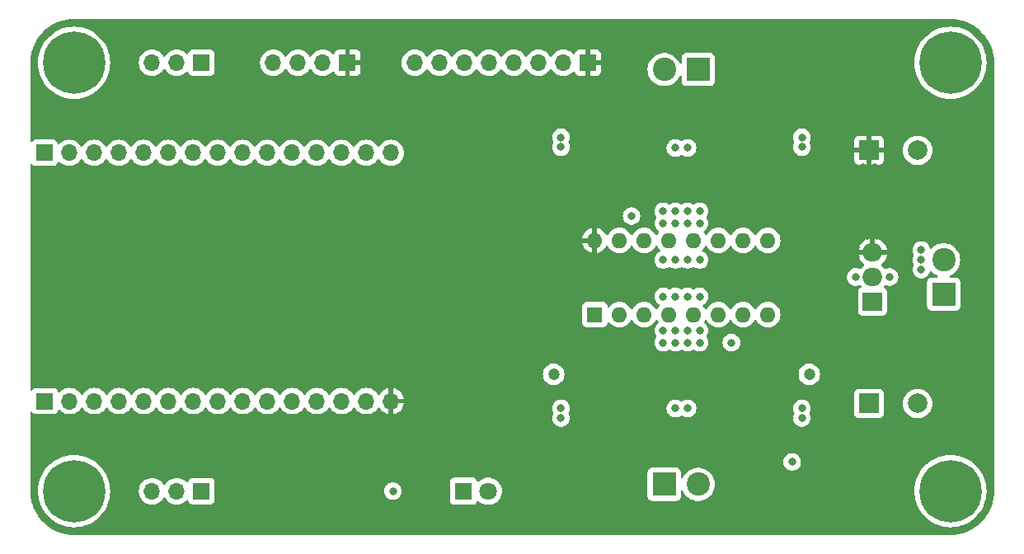
<source format=gbr>
%TF.GenerationSoftware,KiCad,Pcbnew,8.0.2*%
%TF.CreationDate,2024-05-31T22:22:53+03:00*%
%TF.ProjectId,mobrob,6d6f6272-6f62-42e6-9b69-6361645f7063,rev?*%
%TF.SameCoordinates,PX7bfa480PY6422c40*%
%TF.FileFunction,Copper,L3,Inr*%
%TF.FilePolarity,Positive*%
%FSLAX46Y46*%
G04 Gerber Fmt 4.6, Leading zero omitted, Abs format (unit mm)*
G04 Created by KiCad (PCBNEW 8.0.2) date 2024-05-31 22:22:53*
%MOMM*%
%LPD*%
G01*
G04 APERTURE LIST*
%TA.AperFunction,ComponentPad*%
%ADD10R,2.400000X2.400000*%
%TD*%
%TA.AperFunction,ComponentPad*%
%ADD11C,2.400000*%
%TD*%
%TA.AperFunction,ComponentPad*%
%ADD12C,0.800000*%
%TD*%
%TA.AperFunction,ComponentPad*%
%ADD13C,6.400000*%
%TD*%
%TA.AperFunction,ComponentPad*%
%ADD14R,2.000000X2.000000*%
%TD*%
%TA.AperFunction,ComponentPad*%
%ADD15C,2.000000*%
%TD*%
%TA.AperFunction,ComponentPad*%
%ADD16R,1.800000X1.800000*%
%TD*%
%TA.AperFunction,ComponentPad*%
%ADD17C,1.800000*%
%TD*%
%TA.AperFunction,ComponentPad*%
%ADD18R,1.700000X1.700000*%
%TD*%
%TA.AperFunction,ComponentPad*%
%ADD19O,1.700000X1.700000*%
%TD*%
%TA.AperFunction,ComponentPad*%
%ADD20R,2.000000X1.905000*%
%TD*%
%TA.AperFunction,ComponentPad*%
%ADD21O,2.000000X1.905000*%
%TD*%
%TA.AperFunction,ComponentPad*%
%ADD22R,1.600000X1.600000*%
%TD*%
%TA.AperFunction,ComponentPad*%
%ADD23O,1.600000X1.600000*%
%TD*%
%TA.AperFunction,ViaPad*%
%ADD24C,0.800000*%
%TD*%
%TA.AperFunction,ViaPad*%
%ADD25C,1.200000*%
%TD*%
G04 APERTURE END LIST*
D10*
%TO.N,Net-(D1-A)*%
%TO.C,J2*%
X65600000Y5700000D03*
D11*
%TO.N,Net-(D3-A)*%
X69100000Y5700000D03*
%TD*%
D12*
%TO.N,GND*%
%TO.C,H3*%
X92600000Y49000000D03*
X93302944Y50697056D03*
X93302944Y47302944D03*
X95000000Y51400000D03*
D13*
X95000000Y49000000D03*
D12*
X95000000Y46600000D03*
X96697056Y50697056D03*
X96697056Y47302944D03*
X97400000Y49000000D03*
%TD*%
D14*
%TO.N,+12V*%
%TO.C,C1*%
X86632323Y14000000D03*
D15*
%TO.N,GND*%
X91632323Y14000000D03*
%TD*%
D12*
%TO.N,GND*%
%TO.C,H2*%
X92600000Y5000000D03*
X93302944Y6697056D03*
X93302944Y3302944D03*
X95000000Y7400000D03*
D13*
X95000000Y5000000D03*
D12*
X95000000Y2600000D03*
X96697056Y6697056D03*
X96697056Y3302944D03*
X97400000Y5000000D03*
%TD*%
D16*
%TO.N,Net-(D9-K)*%
%TO.C,D9*%
X45000000Y5000000D03*
D17*
%TO.N,STATUS_LED*%
X47540000Y5000000D03*
%TD*%
D10*
%TO.N,+12V*%
%TO.C,J3*%
X94300000Y25250000D03*
D11*
%TO.N,GND*%
X94300000Y28750000D03*
%TD*%
D18*
%TO.N,+5V*%
%TO.C,J8*%
X57780000Y49000000D03*
D19*
%TO.N,GND*%
X55240000Y49000000D03*
%TO.N,IMU_SCL*%
X52700000Y49000000D03*
%TO.N,IMU_SDA*%
X50160000Y49000000D03*
%TO.N,unconnected-(J8-XDA-Pad5)*%
X47620000Y49000000D03*
%TO.N,unconnected-(J8-XCL-Pad6)*%
X45080000Y49000000D03*
%TO.N,unconnected-(J8-AD0-Pad7)*%
X42540000Y49000000D03*
%TO.N,unconnected-(J8-INT-Pad8)*%
X40000000Y49000000D03*
%TD*%
D10*
%TO.N,Net-(D5-A)*%
%TO.C,J1*%
X69100000Y48300000D03*
D11*
%TO.N,Net-(D7-A)*%
X65600000Y48300000D03*
%TD*%
D20*
%TO.N,+12V*%
%TO.C,U2*%
X87000000Y24460000D03*
D21*
%TO.N,GND*%
X87000000Y27000000D03*
%TO.N,+5V*%
X87000000Y29540000D03*
%TD*%
D18*
%TO.N,IMU_SCL*%
%TO.C,J5*%
X1980000Y39750000D03*
D19*
%TO.N,IMU_SDA*%
X4520000Y39750000D03*
%TO.N,unconnected-(J5-TX0-Pad3)*%
X7060000Y39750000D03*
%TO.N,unconnected-(J5-RX0-Pad4)*%
X9600000Y39750000D03*
%TO.N,UT_TRIG*%
X12140000Y39750000D03*
%TO.N,unconnected-(J5-D19-Pad6)*%
X14680000Y39750000D03*
%TO.N,unconnected-(J5-D18-Pad7)*%
X17220000Y39750000D03*
%TO.N,unconnected-(J5-D5-Pad8)*%
X19760000Y39750000D03*
%TO.N,unconnected-(J5-TX2-Pad9)*%
X22300000Y39750000D03*
%TO.N,unconnected-(J5-RX2-Pad10)*%
X24840000Y39750000D03*
%TO.N,UT_ECHO*%
X27380000Y39750000D03*
%TO.N,unconnected-(J5-D2-Pad12)*%
X29920000Y39750000D03*
%TO.N,unconnected-(J5-D15-Pad13)*%
X32460000Y39750000D03*
%TO.N,GND*%
X35000000Y39750000D03*
%TO.N,+3.3V*%
X37540000Y39750000D03*
%TD*%
D12*
%TO.N,GND*%
%TO.C,H4*%
X2600000Y49000000D03*
X3302944Y50697056D03*
X3302944Y47302944D03*
X5000000Y51400000D03*
D13*
X5000000Y49000000D03*
D12*
X5000000Y46600000D03*
X6697056Y50697056D03*
X6697056Y47302944D03*
X7400000Y49000000D03*
%TD*%
D22*
%TO.N,EN1\u002C2*%
%TO.C,U1*%
X58460000Y23130000D03*
D23*
%TO.N,1A*%
X61000000Y23130000D03*
%TO.N,Net-(D1-A)*%
X63540000Y23130000D03*
%TO.N,GND*%
X66080000Y23130000D03*
X68620000Y23130000D03*
%TO.N,Net-(D3-A)*%
X71160000Y23130000D03*
%TO.N,2A*%
X73700000Y23130000D03*
%TO.N,+12V*%
X76240000Y23130000D03*
%TO.N,EN3\u002C4*%
X76240000Y30750000D03*
%TO.N,3A*%
X73700000Y30750000D03*
%TO.N,Net-(D5-A)*%
X71160000Y30750000D03*
%TO.N,GND*%
X68620000Y30750000D03*
X66080000Y30750000D03*
%TO.N,Net-(D7-A)*%
X63540000Y30750000D03*
%TO.N,4A*%
X61000000Y30750000D03*
%TO.N,+5V*%
X58460000Y30750000D03*
%TD*%
D18*
%TO.N,+3.3V*%
%TO.C,J6*%
X18080000Y5000000D03*
D19*
%TO.N,GND*%
X15540000Y5000000D03*
%TO.N,LHALL*%
X13000000Y5000000D03*
%TD*%
D14*
%TO.N,+5V*%
%TO.C,C2*%
X86632323Y40000000D03*
D15*
%TO.N,GND*%
X91632323Y40000000D03*
%TD*%
D12*
%TO.N,GND*%
%TO.C,H1*%
X2600000Y5000000D03*
X3302944Y6697056D03*
X3302944Y3302944D03*
X5000000Y7400000D03*
D13*
X5000000Y5000000D03*
D12*
X5000000Y2600000D03*
X6697056Y6697056D03*
X6697056Y3302944D03*
X7400000Y5000000D03*
%TD*%
D19*
%TO.N,+5V*%
%TO.C,J4*%
X37560000Y14250000D03*
%TO.N,GND*%
X35020000Y14250000D03*
%TO.N,STATUS_LED*%
X32480000Y14250000D03*
%TO.N,unconnected-(J4-D12-Pad12)*%
X29940000Y14250000D03*
%TO.N,EN1\u002C2*%
X27400000Y14250000D03*
%TO.N,1A*%
X24860000Y14250000D03*
%TO.N,2A*%
X22320000Y14250000D03*
%TO.N,EN3\u002C4*%
X19780000Y14250000D03*
%TO.N,3A*%
X17240000Y14250000D03*
%TO.N,4A*%
X14700000Y14250000D03*
%TO.N,unconnected-(J4-D35-Pad5)*%
X12160000Y14250000D03*
%TO.N,unconnected-(J4-D34-Pad4)*%
X9620000Y14250000D03*
%TO.N,RHALL*%
X7080000Y14250000D03*
%TO.N,LHALL*%
X4540000Y14250000D03*
D18*
%TO.N,unconnected-(J4-EN-Pad1)*%
X2000000Y14250000D03*
%TD*%
%TO.N,+3.3V*%
%TO.C,J7*%
X18080000Y49000000D03*
D19*
%TO.N,GND*%
X15540000Y49000000D03*
%TO.N,RHALL*%
X13000000Y49000000D03*
%TD*%
D18*
%TO.N,+5V*%
%TO.C,J9*%
X33080000Y49000000D03*
D19*
%TO.N,UT_TRIG*%
X30540000Y49000000D03*
%TO.N,UT_ECHO*%
X28000000Y49000000D03*
%TO.N,GND*%
X25460000Y49000000D03*
%TD*%
D24*
%TO.N,GND*%
X62250000Y33250000D03*
X85250000Y27000000D03*
X55000000Y13500000D03*
X92000000Y28750000D03*
X66750000Y25000000D03*
X79750000Y13500000D03*
X68000000Y28750000D03*
X69250000Y20250000D03*
X79750000Y12500000D03*
X65500000Y32500000D03*
X55000000Y40340000D03*
X66750000Y40250000D03*
X92000000Y27750000D03*
X88750000Y27000000D03*
X69250000Y21500000D03*
X55000000Y41340000D03*
X72500000Y20250000D03*
X69250000Y28750000D03*
X69250000Y32500000D03*
X79750000Y41340000D03*
X65500000Y28750000D03*
X66750000Y21500000D03*
X65500000Y25000000D03*
X92000000Y29750000D03*
X68000000Y20250000D03*
X66750000Y28750000D03*
X68000000Y21500000D03*
X69250000Y25000000D03*
X68000000Y13500000D03*
X55000000Y12500000D03*
X68000000Y25000000D03*
X68000000Y40250000D03*
X37750000Y5000000D03*
X66750000Y32500000D03*
X65500000Y33750000D03*
X68000000Y32500000D03*
X79750000Y40340000D03*
X68000000Y33750000D03*
X78737500Y8000000D03*
X65500000Y21500000D03*
X69250000Y33750000D03*
X65500000Y20250000D03*
X66750000Y13500000D03*
X66750000Y20250000D03*
X66750000Y33750000D03*
%TO.N,+5V*%
X87250000Y37250000D03*
X84250000Y29000000D03*
X87500000Y31250000D03*
X87500000Y32250000D03*
X84250000Y30000000D03*
X85250000Y29000000D03*
X87250000Y38250000D03*
X86000000Y37250000D03*
X85250000Y30000000D03*
X86000000Y38250000D03*
X86500000Y31250000D03*
X86500000Y32250000D03*
X77737500Y5000000D03*
D25*
%TO.N,+12V*%
X54250000Y17000000D03*
X80500000Y17000000D03*
%TD*%
%TA.AperFunction,Conductor*%
%TO.N,+5V*%
G36*
X95002702Y53499383D02*
G01*
X95386771Y53482614D01*
X95397506Y53481674D01*
X95775971Y53431848D01*
X95786597Y53429975D01*
X96159284Y53347352D01*
X96169710Y53344558D01*
X96533765Y53229773D01*
X96543911Y53226080D01*
X96896578Y53080000D01*
X96906369Y53075434D01*
X97244942Y52899184D01*
X97254309Y52893777D01*
X97549722Y52705578D01*
X97576244Y52688682D01*
X97585105Y52682477D01*
X97887930Y52450111D01*
X97896217Y52443157D01*
X98177635Y52185285D01*
X98185284Y52177636D01*
X98443156Y51896218D01*
X98450110Y51887931D01*
X98682476Y51585106D01*
X98688681Y51576245D01*
X98893775Y51254311D01*
X98899183Y51244943D01*
X99075430Y50906377D01*
X99080002Y50896573D01*
X99226075Y50543922D01*
X99229775Y50533756D01*
X99344554Y50169722D01*
X99347354Y50159273D01*
X99429971Y49786611D01*
X99431849Y49775958D01*
X99481671Y49397527D01*
X99482614Y49386751D01*
X99499382Y49002703D01*
X99499500Y48997294D01*
X99499500Y5002707D01*
X99499382Y4997298D01*
X99482614Y4613250D01*
X99481671Y4602474D01*
X99431849Y4224043D01*
X99429971Y4213390D01*
X99347354Y3840728D01*
X99344554Y3830279D01*
X99229775Y3466245D01*
X99226075Y3456079D01*
X99080002Y3103428D01*
X99075430Y3093624D01*
X98899183Y2755058D01*
X98893775Y2745690D01*
X98688681Y2423756D01*
X98682476Y2414895D01*
X98450110Y2112070D01*
X98443156Y2103783D01*
X98185284Y1822365D01*
X98177635Y1814716D01*
X97896217Y1556844D01*
X97887930Y1549890D01*
X97585105Y1317524D01*
X97576244Y1311319D01*
X97254310Y1106225D01*
X97244942Y1100817D01*
X96906376Y924570D01*
X96896572Y919998D01*
X96543921Y773925D01*
X96533755Y770225D01*
X96169721Y655446D01*
X96159272Y652646D01*
X95786610Y570029D01*
X95775957Y568151D01*
X95397526Y518329D01*
X95386750Y517386D01*
X95002703Y500618D01*
X94997294Y500500D01*
X5002706Y500500D01*
X4997297Y500618D01*
X4613249Y517386D01*
X4602473Y518329D01*
X4224042Y568151D01*
X4213389Y570029D01*
X3840727Y652646D01*
X3830278Y655446D01*
X3466244Y770225D01*
X3456078Y773925D01*
X3103427Y919998D01*
X3093623Y924570D01*
X2755057Y1100817D01*
X2745689Y1106225D01*
X2423755Y1311319D01*
X2414894Y1317524D01*
X2112069Y1549890D01*
X2103782Y1556844D01*
X1822364Y1814716D01*
X1814715Y1822365D01*
X1556843Y2103783D01*
X1549889Y2112070D01*
X1317523Y2414895D01*
X1311318Y2423756D01*
X1249692Y2520489D01*
X1106223Y2745691D01*
X1100816Y2755058D01*
X924569Y3093624D01*
X919997Y3103428D01*
X901863Y3147207D01*
X773920Y3456089D01*
X770224Y3466245D01*
X655442Y3830290D01*
X652648Y3840716D01*
X570025Y4213403D01*
X568152Y4224029D01*
X518326Y4602494D01*
X517386Y4613229D01*
X500618Y4997298D01*
X500559Y5000001D01*
X1294422Y5000001D01*
X1294422Y5000000D01*
X1314722Y4612661D01*
X1340150Y4452117D01*
X1375398Y4229567D01*
X1445998Y3966082D01*
X1475788Y3854906D01*
X1614787Y3492803D01*
X1790877Y3147207D01*
X2002122Y2821918D01*
X2196296Y2582134D01*
X2246219Y2520484D01*
X2520484Y2246219D01*
X2520488Y2246216D01*
X2821917Y2002123D01*
X3147206Y1790878D01*
X3147211Y1790875D01*
X3492806Y1614786D01*
X3854913Y1475786D01*
X4229567Y1375398D01*
X4612662Y1314722D01*
X4978576Y1295545D01*
X4999999Y1294422D01*
X5000000Y1294422D01*
X5000001Y1294422D01*
X5020301Y1295486D01*
X5387338Y1314722D01*
X5770433Y1375398D01*
X6145087Y1475786D01*
X6507194Y1614786D01*
X6852789Y1790875D01*
X7178084Y2002124D01*
X7479516Y2246219D01*
X7753781Y2520484D01*
X7997876Y2821916D01*
X8209125Y3147211D01*
X8385214Y3492806D01*
X8524214Y3854913D01*
X8624602Y4229567D01*
X8685278Y4612662D01*
X8705578Y5000000D01*
X8705578Y5000001D01*
X11644341Y5000001D01*
X11644341Y5000000D01*
X11664936Y4764597D01*
X11664938Y4764587D01*
X11726094Y4536345D01*
X11726096Y4536341D01*
X11726097Y4536337D01*
X11765370Y4452117D01*
X11825965Y4322170D01*
X11825967Y4322166D01*
X11923018Y4183564D01*
X11961505Y4128599D01*
X12128599Y3961505D01*
X12225384Y3893735D01*
X12322165Y3825968D01*
X12322167Y3825967D01*
X12322170Y3825965D01*
X12536337Y3726097D01*
X12764592Y3664937D01*
X12941034Y3649500D01*
X12999999Y3644341D01*
X13000000Y3644341D01*
X13000001Y3644341D01*
X13058966Y3649500D01*
X13235408Y3664937D01*
X13463663Y3726097D01*
X13677830Y3825965D01*
X13871401Y3961505D01*
X14038495Y4128599D01*
X14168425Y4314158D01*
X14223002Y4357783D01*
X14292500Y4364977D01*
X14354855Y4333454D01*
X14371575Y4314158D01*
X14501500Y4128605D01*
X14501505Y4128599D01*
X14668599Y3961505D01*
X14765384Y3893735D01*
X14862165Y3825968D01*
X14862167Y3825967D01*
X14862170Y3825965D01*
X15076337Y3726097D01*
X15304592Y3664937D01*
X15481034Y3649500D01*
X15539999Y3644341D01*
X15540000Y3644341D01*
X15540001Y3644341D01*
X15598966Y3649500D01*
X15775408Y3664937D01*
X16003663Y3726097D01*
X16217830Y3825965D01*
X16411401Y3961505D01*
X16533329Y4083434D01*
X16594648Y4116916D01*
X16664340Y4111932D01*
X16720274Y4070061D01*
X16737189Y4039083D01*
X16786202Y3907672D01*
X16786206Y3907665D01*
X16872452Y3792456D01*
X16872455Y3792453D01*
X16987664Y3706207D01*
X16987671Y3706203D01*
X17122517Y3655909D01*
X17122516Y3655909D01*
X17129444Y3655165D01*
X17182127Y3649500D01*
X18977872Y3649501D01*
X19037483Y3655909D01*
X19172331Y3706204D01*
X19287546Y3792454D01*
X19373796Y3907669D01*
X19424091Y4042517D01*
X19430500Y4102127D01*
X19430499Y5000000D01*
X36844540Y5000000D01*
X36864326Y4811744D01*
X36864327Y4811741D01*
X36922818Y4631723D01*
X36922821Y4631716D01*
X37017467Y4467784D01*
X37110035Y4364977D01*
X37144129Y4327112D01*
X37297265Y4215852D01*
X37297270Y4215849D01*
X37470192Y4138858D01*
X37470197Y4138856D01*
X37655354Y4099500D01*
X37655355Y4099500D01*
X37844644Y4099500D01*
X37844646Y4099500D01*
X38029803Y4138856D01*
X38202730Y4215849D01*
X38355871Y4327112D01*
X38482533Y4467784D01*
X38577179Y4631716D01*
X38635674Y4811744D01*
X38655460Y5000000D01*
X38635674Y5188256D01*
X38577179Y5368284D01*
X38482533Y5532216D01*
X38355871Y5672888D01*
X38355870Y5672889D01*
X38202734Y5784149D01*
X38202729Y5784152D01*
X38029807Y5861143D01*
X38029802Y5861145D01*
X37868550Y5895419D01*
X37844646Y5900500D01*
X37655354Y5900500D01*
X37631450Y5895419D01*
X37470197Y5861145D01*
X37470192Y5861143D01*
X37297270Y5784152D01*
X37297265Y5784149D01*
X37144129Y5672889D01*
X37017466Y5532215D01*
X36922821Y5368285D01*
X36922818Y5368278D01*
X36878311Y5231298D01*
X36864326Y5188256D01*
X36844540Y5000000D01*
X19430499Y5000000D01*
X19430499Y5897872D01*
X19425125Y5947865D01*
X43599500Y5947865D01*
X43599500Y4052130D01*
X43599501Y4052124D01*
X43605908Y3992517D01*
X43656202Y3857672D01*
X43656206Y3857665D01*
X43742452Y3742456D01*
X43742455Y3742453D01*
X43857664Y3656207D01*
X43857671Y3656203D01*
X43992517Y3605909D01*
X43992516Y3605909D01*
X43999444Y3605165D01*
X44052127Y3599500D01*
X45947872Y3599501D01*
X46007483Y3605909D01*
X46142331Y3656204D01*
X46257546Y3742454D01*
X46343796Y3857669D01*
X46348488Y3870248D01*
X46372455Y3934507D01*
X46414326Y3990441D01*
X46479790Y4014859D01*
X46548063Y4000008D01*
X46579866Y3975157D01*
X46587302Y3967080D01*
X46588215Y3966088D01*
X46588222Y3966082D01*
X46771365Y3823536D01*
X46771371Y3823532D01*
X46771374Y3823530D01*
X46975497Y3713064D01*
X47089487Y3673932D01*
X47195015Y3637703D01*
X47195017Y3637703D01*
X47195019Y3637702D01*
X47423951Y3599500D01*
X47423952Y3599500D01*
X47656048Y3599500D01*
X47656049Y3599500D01*
X47884981Y3637702D01*
X48104503Y3713064D01*
X48308626Y3823530D01*
X48311759Y3825968D01*
X48416732Y3907672D01*
X48491784Y3966087D01*
X48648979Y4136847D01*
X48775924Y4331151D01*
X48869157Y4543700D01*
X48926134Y4768695D01*
X48941995Y4960112D01*
X48945300Y4999994D01*
X48945300Y5000007D01*
X48926135Y5231298D01*
X48926133Y5231309D01*
X48869157Y5456301D01*
X48775924Y5668849D01*
X48648983Y5863148D01*
X48648980Y5863151D01*
X48648979Y5863153D01*
X48491784Y6033913D01*
X48491779Y6033917D01*
X48491777Y6033919D01*
X48308634Y6176465D01*
X48308628Y6176469D01*
X48104504Y6286936D01*
X48104495Y6286939D01*
X47884984Y6362298D01*
X47694450Y6394092D01*
X47656049Y6400500D01*
X47423951Y6400500D01*
X47385550Y6394092D01*
X47195015Y6362298D01*
X46975504Y6286939D01*
X46975495Y6286936D01*
X46771371Y6176469D01*
X46771365Y6176465D01*
X46588222Y6033919D01*
X46588218Y6033915D01*
X46579866Y6024842D01*
X46519979Y5988852D01*
X46450141Y5990953D01*
X46392525Y6030478D01*
X46372455Y6065493D01*
X46343797Y6142329D01*
X46343793Y6142336D01*
X46257547Y6257545D01*
X46257544Y6257548D01*
X46142335Y6343794D01*
X46142328Y6343798D01*
X46007482Y6394092D01*
X46007483Y6394092D01*
X45947883Y6400499D01*
X45947881Y6400500D01*
X45947873Y6400500D01*
X45947864Y6400500D01*
X44052129Y6400500D01*
X44052123Y6400499D01*
X43992516Y6394092D01*
X43857671Y6343798D01*
X43857664Y6343794D01*
X43742455Y6257548D01*
X43742452Y6257545D01*
X43656206Y6142336D01*
X43656202Y6142329D01*
X43605908Y6007483D01*
X43599501Y5947884D01*
X43599500Y5947865D01*
X19425125Y5947865D01*
X19424091Y5957483D01*
X19422810Y5960917D01*
X19373797Y6092329D01*
X19373793Y6092336D01*
X19287547Y6207545D01*
X19287544Y6207548D01*
X19172335Y6293794D01*
X19172328Y6293798D01*
X19037482Y6344092D01*
X19037483Y6344092D01*
X18977883Y6350499D01*
X18977881Y6350500D01*
X18977873Y6350500D01*
X18977864Y6350500D01*
X17182129Y6350500D01*
X17182123Y6350499D01*
X17122516Y6344092D01*
X16987671Y6293798D01*
X16987664Y6293794D01*
X16872455Y6207548D01*
X16872452Y6207545D01*
X16786206Y6092336D01*
X16786203Y6092331D01*
X16737189Y5960917D01*
X16695317Y5904984D01*
X16629853Y5880567D01*
X16561580Y5895419D01*
X16533326Y5916570D01*
X16411402Y6038494D01*
X16411395Y6038499D01*
X16217834Y6174033D01*
X16217830Y6174035D01*
X16156491Y6202638D01*
X16003663Y6273903D01*
X16003659Y6273904D01*
X16003655Y6273906D01*
X15775413Y6335062D01*
X15775403Y6335064D01*
X15540001Y6355659D01*
X15539999Y6355659D01*
X15304596Y6335064D01*
X15304586Y6335062D01*
X15076344Y6273906D01*
X15076335Y6273902D01*
X14862171Y6174036D01*
X14862169Y6174035D01*
X14668597Y6038495D01*
X14501505Y5871403D01*
X14371575Y5685842D01*
X14316998Y5642217D01*
X14247500Y5635023D01*
X14185145Y5666546D01*
X14168425Y5685842D01*
X14038494Y5871403D01*
X13871402Y6038494D01*
X13871395Y6038499D01*
X13677834Y6174033D01*
X13677830Y6174035D01*
X13616491Y6202638D01*
X13463663Y6273903D01*
X13463659Y6273904D01*
X13463655Y6273906D01*
X13235413Y6335062D01*
X13235403Y6335064D01*
X13000001Y6355659D01*
X12999999Y6355659D01*
X12764596Y6335064D01*
X12764586Y6335062D01*
X12536344Y6273906D01*
X12536335Y6273902D01*
X12322171Y6174036D01*
X12322169Y6174035D01*
X12128597Y6038495D01*
X11961505Y5871403D01*
X11825965Y5677831D01*
X11825964Y5677829D01*
X11726098Y5463665D01*
X11726094Y5463656D01*
X11664938Y5235414D01*
X11664936Y5235404D01*
X11644341Y5000001D01*
X8705578Y5000001D01*
X8685278Y5387338D01*
X8624602Y5770433D01*
X8524214Y6145087D01*
X8385214Y6507194D01*
X8209125Y6852789D01*
X8147382Y6947865D01*
X63899500Y6947865D01*
X63899500Y4452130D01*
X63899501Y4452124D01*
X63905908Y4392517D01*
X63956202Y4257672D01*
X63956206Y4257665D01*
X64042452Y4142456D01*
X64042455Y4142453D01*
X64157664Y4056207D01*
X64157671Y4056203D01*
X64292517Y4005909D01*
X64292516Y4005909D01*
X64299444Y4005165D01*
X64352127Y3999500D01*
X66847872Y3999501D01*
X66907483Y4005909D01*
X67042331Y4056204D01*
X67157546Y4142454D01*
X67243796Y4257669D01*
X67294091Y4392517D01*
X67300500Y4452127D01*
X67300499Y4975146D01*
X67320183Y5042182D01*
X67372987Y5087937D01*
X67442146Y5097881D01*
X67505702Y5068856D01*
X67539927Y5020447D01*
X67563607Y4960112D01*
X67691041Y4739388D01*
X67849950Y4540123D01*
X68036783Y4366768D01*
X68247366Y4223195D01*
X68247371Y4223193D01*
X68247372Y4223192D01*
X68247373Y4223191D01*
X68369328Y4164462D01*
X68476992Y4112613D01*
X68476993Y4112613D01*
X68476996Y4112611D01*
X68720542Y4037487D01*
X68972565Y3999500D01*
X69227435Y3999500D01*
X69479458Y4037487D01*
X69723004Y4112611D01*
X69952634Y4223195D01*
X70163217Y4366768D01*
X70350050Y4540123D01*
X70508959Y4739388D01*
X70636393Y4960112D01*
X70652048Y5000001D01*
X91294422Y5000001D01*
X91294422Y5000000D01*
X91314722Y4612661D01*
X91340150Y4452117D01*
X91375398Y4229567D01*
X91445998Y3966082D01*
X91475788Y3854906D01*
X91614787Y3492803D01*
X91790877Y3147207D01*
X92002122Y2821918D01*
X92196296Y2582134D01*
X92246219Y2520484D01*
X92520484Y2246219D01*
X92520488Y2246216D01*
X92821917Y2002123D01*
X93147206Y1790878D01*
X93147211Y1790875D01*
X93492806Y1614786D01*
X93854913Y1475786D01*
X94229567Y1375398D01*
X94612662Y1314722D01*
X94978576Y1295545D01*
X94999999Y1294422D01*
X95000000Y1294422D01*
X95000001Y1294422D01*
X95020301Y1295486D01*
X95387338Y1314722D01*
X95770433Y1375398D01*
X96145087Y1475786D01*
X96507194Y1614786D01*
X96852789Y1790875D01*
X97178084Y2002124D01*
X97479516Y2246219D01*
X97753781Y2520484D01*
X97997876Y2821916D01*
X98209125Y3147211D01*
X98385214Y3492806D01*
X98524214Y3854913D01*
X98624602Y4229567D01*
X98685278Y4612662D01*
X98705578Y5000000D01*
X98685278Y5387338D01*
X98624602Y5770433D01*
X98524214Y6145087D01*
X98385214Y6507194D01*
X98209125Y6852789D01*
X98147378Y6947871D01*
X97997877Y7178083D01*
X97753784Y7479512D01*
X97753781Y7479516D01*
X97479516Y7753781D01*
X97178084Y7997876D01*
X97178082Y7997878D01*
X96852793Y8209123D01*
X96507197Y8385213D01*
X96145094Y8524212D01*
X96145087Y8524214D01*
X95770433Y8624602D01*
X95770429Y8624603D01*
X95770428Y8624603D01*
X95387339Y8685278D01*
X95000001Y8705578D01*
X94999999Y8705578D01*
X94612660Y8685278D01*
X94229572Y8624603D01*
X94229570Y8624603D01*
X93854905Y8524212D01*
X93492802Y8385213D01*
X93147206Y8209123D01*
X92821917Y7997878D01*
X92520488Y7753785D01*
X92520480Y7753778D01*
X92246222Y7479520D01*
X92246215Y7479512D01*
X92002122Y7178083D01*
X91790877Y6852794D01*
X91614787Y6507198D01*
X91475788Y6145095D01*
X91375397Y5770430D01*
X91375397Y5770428D01*
X91314722Y5387340D01*
X91294422Y5000001D01*
X70652048Y5000001D01*
X70729508Y5197363D01*
X70786222Y5445843D01*
X70802934Y5668849D01*
X70805268Y5699996D01*
X70805268Y5700005D01*
X70790440Y5897873D01*
X70786222Y5954157D01*
X70729508Y6202637D01*
X70636393Y6439888D01*
X70508959Y6660612D01*
X70350050Y6859877D01*
X70163217Y7033232D01*
X69952634Y7176805D01*
X69952630Y7176807D01*
X69952627Y7176809D01*
X69952626Y7176810D01*
X69723006Y7287388D01*
X69723008Y7287388D01*
X69479466Y7362511D01*
X69479462Y7362512D01*
X69479458Y7362513D01*
X69358231Y7380786D01*
X69227440Y7400500D01*
X69227435Y7400500D01*
X68972565Y7400500D01*
X68972559Y7400500D01*
X68815609Y7376843D01*
X68720542Y7362513D01*
X68720539Y7362512D01*
X68720533Y7362511D01*
X68476992Y7287388D01*
X68247373Y7176810D01*
X68247372Y7176809D01*
X68036782Y7033232D01*
X67849952Y6859879D01*
X67849950Y6859877D01*
X67691041Y6660612D01*
X67563608Y6439891D01*
X67539927Y6379553D01*
X67497110Y6324339D01*
X67431240Y6301039D01*
X67363230Y6317050D01*
X67314672Y6367289D01*
X67300499Y6424856D01*
X67300499Y6947871D01*
X67300498Y6947877D01*
X67300497Y6947884D01*
X67294091Y7007483D01*
X67284487Y7033232D01*
X67243797Y7142329D01*
X67243793Y7142336D01*
X67157547Y7257545D01*
X67157544Y7257548D01*
X67042335Y7343794D01*
X67042328Y7343798D01*
X66907482Y7394092D01*
X66907483Y7394092D01*
X66847883Y7400499D01*
X66847881Y7400500D01*
X66847873Y7400500D01*
X66847864Y7400500D01*
X64352129Y7400500D01*
X64352123Y7400499D01*
X64292516Y7394092D01*
X64157671Y7343798D01*
X64157664Y7343794D01*
X64042455Y7257548D01*
X64042452Y7257545D01*
X63956206Y7142336D01*
X63956202Y7142329D01*
X63905908Y7007483D01*
X63899501Y6947884D01*
X63899501Y6947877D01*
X63899500Y6947865D01*
X8147382Y6947865D01*
X8147378Y6947871D01*
X7997877Y7178083D01*
X7753784Y7479512D01*
X7753781Y7479516D01*
X7479516Y7753781D01*
X7178084Y7997876D01*
X7178082Y7997878D01*
X7174814Y8000000D01*
X77832040Y8000000D01*
X77851826Y7811744D01*
X77851827Y7811741D01*
X77910318Y7631723D01*
X77910321Y7631716D01*
X78004967Y7467784D01*
X78131629Y7327112D01*
X78284765Y7215852D01*
X78284770Y7215849D01*
X78457692Y7138858D01*
X78457697Y7138856D01*
X78642854Y7099500D01*
X78642855Y7099500D01*
X78832144Y7099500D01*
X78832146Y7099500D01*
X79017303Y7138856D01*
X79190230Y7215849D01*
X79343371Y7327112D01*
X79470033Y7467784D01*
X79564679Y7631716D01*
X79623174Y7811744D01*
X79642960Y8000000D01*
X79623174Y8188256D01*
X79564679Y8368284D01*
X79470033Y8532216D01*
X79343371Y8672888D01*
X79326318Y8685278D01*
X79190234Y8784149D01*
X79190229Y8784152D01*
X79017307Y8861143D01*
X79017302Y8861145D01*
X78871501Y8892135D01*
X78832146Y8900500D01*
X78642854Y8900500D01*
X78610397Y8893602D01*
X78457697Y8861145D01*
X78457692Y8861143D01*
X78284770Y8784152D01*
X78284765Y8784149D01*
X78131629Y8672889D01*
X78004966Y8532215D01*
X77910321Y8368285D01*
X77910318Y8368278D01*
X77858606Y8209123D01*
X77851826Y8188256D01*
X77832040Y8000000D01*
X7174814Y8000000D01*
X6852793Y8209123D01*
X6507197Y8385213D01*
X6145094Y8524212D01*
X6145087Y8524214D01*
X5770433Y8624602D01*
X5770429Y8624603D01*
X5770428Y8624603D01*
X5387339Y8685278D01*
X5000001Y8705578D01*
X4999999Y8705578D01*
X4612660Y8685278D01*
X4229572Y8624603D01*
X4229570Y8624603D01*
X3854905Y8524212D01*
X3492802Y8385213D01*
X3147206Y8209123D01*
X2821917Y7997878D01*
X2520488Y7753785D01*
X2520480Y7753778D01*
X2246222Y7479520D01*
X2246215Y7479512D01*
X2002122Y7178083D01*
X1790877Y6852794D01*
X1614787Y6507198D01*
X1475788Y6145095D01*
X1375397Y5770430D01*
X1375397Y5770428D01*
X1314722Y5387340D01*
X1294422Y5000001D01*
X500559Y5000001D01*
X500500Y5002707D01*
X500500Y13059898D01*
X520185Y13126937D01*
X572989Y13172692D01*
X642147Y13182636D01*
X705703Y13153611D01*
X723762Y13134214D01*
X792454Y13042454D01*
X838643Y13007877D01*
X907664Y12956207D01*
X907671Y12956203D01*
X1042517Y12905909D01*
X1042516Y12905909D01*
X1049444Y12905165D01*
X1102127Y12899500D01*
X2897872Y12899501D01*
X2957483Y12905909D01*
X3092331Y12956204D01*
X3207546Y13042454D01*
X3293796Y13157669D01*
X3342810Y13289084D01*
X3384681Y13345016D01*
X3450145Y13369434D01*
X3518418Y13354583D01*
X3546673Y13333431D01*
X3668599Y13211505D01*
X3751280Y13153611D01*
X3862165Y13075968D01*
X3862167Y13075967D01*
X3862170Y13075965D01*
X4076337Y12976097D01*
X4304592Y12914937D01*
X4481034Y12899500D01*
X4539999Y12894341D01*
X4540000Y12894341D01*
X4540001Y12894341D01*
X4598966Y12899500D01*
X4775408Y12914937D01*
X5003663Y12976097D01*
X5217830Y13075965D01*
X5411401Y13211505D01*
X5578495Y13378599D01*
X5708425Y13564158D01*
X5763002Y13607783D01*
X5832500Y13614977D01*
X5894855Y13583454D01*
X5911575Y13564158D01*
X6041281Y13378918D01*
X6041505Y13378599D01*
X6208599Y13211505D01*
X6291280Y13153611D01*
X6402165Y13075968D01*
X6402167Y13075967D01*
X6402170Y13075965D01*
X6616337Y12976097D01*
X6844592Y12914937D01*
X7021034Y12899500D01*
X7079999Y12894341D01*
X7080000Y12894341D01*
X7080001Y12894341D01*
X7138966Y12899500D01*
X7315408Y12914937D01*
X7543663Y12976097D01*
X7757830Y13075965D01*
X7951401Y13211505D01*
X8118495Y13378599D01*
X8248425Y13564158D01*
X8303002Y13607783D01*
X8372500Y13614977D01*
X8434855Y13583454D01*
X8451575Y13564158D01*
X8581281Y13378918D01*
X8581505Y13378599D01*
X8748599Y13211505D01*
X8831280Y13153611D01*
X8942165Y13075968D01*
X8942167Y13075967D01*
X8942170Y13075965D01*
X9156337Y12976097D01*
X9384592Y12914937D01*
X9561034Y12899500D01*
X9619999Y12894341D01*
X9620000Y12894341D01*
X9620001Y12894341D01*
X9678966Y12899500D01*
X9855408Y12914937D01*
X10083663Y12976097D01*
X10297830Y13075965D01*
X10491401Y13211505D01*
X10658495Y13378599D01*
X10788425Y13564158D01*
X10843002Y13607783D01*
X10912500Y13614977D01*
X10974855Y13583454D01*
X10991575Y13564158D01*
X11121281Y13378918D01*
X11121505Y13378599D01*
X11288599Y13211505D01*
X11371280Y13153611D01*
X11482165Y13075968D01*
X11482167Y13075967D01*
X11482170Y13075965D01*
X11696337Y12976097D01*
X11924592Y12914937D01*
X12101034Y12899500D01*
X12159999Y12894341D01*
X12160000Y12894341D01*
X12160001Y12894341D01*
X12218966Y12899500D01*
X12395408Y12914937D01*
X12623663Y12976097D01*
X12837830Y13075965D01*
X13031401Y13211505D01*
X13198495Y13378599D01*
X13328425Y13564158D01*
X13383002Y13607783D01*
X13452500Y13614977D01*
X13514855Y13583454D01*
X13531575Y13564158D01*
X13661281Y13378918D01*
X13661505Y13378599D01*
X13828599Y13211505D01*
X13911280Y13153611D01*
X14022165Y13075968D01*
X14022167Y13075967D01*
X14022170Y13075965D01*
X14236337Y12976097D01*
X14464592Y12914937D01*
X14641034Y12899500D01*
X14699999Y12894341D01*
X14700000Y12894341D01*
X14700001Y12894341D01*
X14758966Y12899500D01*
X14935408Y12914937D01*
X15163663Y12976097D01*
X15377830Y13075965D01*
X15571401Y13211505D01*
X15738495Y13378599D01*
X15868425Y13564158D01*
X15923002Y13607783D01*
X15992500Y13614977D01*
X16054855Y13583454D01*
X16071575Y13564158D01*
X16201281Y13378918D01*
X16201505Y13378599D01*
X16368599Y13211505D01*
X16451280Y13153611D01*
X16562165Y13075968D01*
X16562167Y13075967D01*
X16562170Y13075965D01*
X16776337Y12976097D01*
X17004592Y12914937D01*
X17181034Y12899500D01*
X17239999Y12894341D01*
X17240000Y12894341D01*
X17240001Y12894341D01*
X17298966Y12899500D01*
X17475408Y12914937D01*
X17703663Y12976097D01*
X17917830Y13075965D01*
X18111401Y13211505D01*
X18278495Y13378599D01*
X18408425Y13564158D01*
X18463002Y13607783D01*
X18532500Y13614977D01*
X18594855Y13583454D01*
X18611575Y13564158D01*
X18741281Y13378918D01*
X18741505Y13378599D01*
X18908599Y13211505D01*
X18991280Y13153611D01*
X19102165Y13075968D01*
X19102167Y13075967D01*
X19102170Y13075965D01*
X19316337Y12976097D01*
X19544592Y12914937D01*
X19721034Y12899500D01*
X19779999Y12894341D01*
X19780000Y12894341D01*
X19780001Y12894341D01*
X19838966Y12899500D01*
X20015408Y12914937D01*
X20243663Y12976097D01*
X20457830Y13075965D01*
X20651401Y13211505D01*
X20818495Y13378599D01*
X20948425Y13564158D01*
X21003002Y13607783D01*
X21072500Y13614977D01*
X21134855Y13583454D01*
X21151575Y13564158D01*
X21281281Y13378918D01*
X21281505Y13378599D01*
X21448599Y13211505D01*
X21531280Y13153611D01*
X21642165Y13075968D01*
X21642167Y13075967D01*
X21642170Y13075965D01*
X21856337Y12976097D01*
X22084592Y12914937D01*
X22261034Y12899500D01*
X22319999Y12894341D01*
X22320000Y12894341D01*
X22320001Y12894341D01*
X22378966Y12899500D01*
X22555408Y12914937D01*
X22783663Y12976097D01*
X22997830Y13075965D01*
X23191401Y13211505D01*
X23358495Y13378599D01*
X23488425Y13564158D01*
X23543002Y13607783D01*
X23612500Y13614977D01*
X23674855Y13583454D01*
X23691575Y13564158D01*
X23821281Y13378918D01*
X23821505Y13378599D01*
X23988599Y13211505D01*
X24071280Y13153611D01*
X24182165Y13075968D01*
X24182167Y13075967D01*
X24182170Y13075965D01*
X24396337Y12976097D01*
X24624592Y12914937D01*
X24801034Y12899500D01*
X24859999Y12894341D01*
X24860000Y12894341D01*
X24860001Y12894341D01*
X24918966Y12899500D01*
X25095408Y12914937D01*
X25323663Y12976097D01*
X25537830Y13075965D01*
X25731401Y13211505D01*
X25898495Y13378599D01*
X26028425Y13564158D01*
X26083002Y13607783D01*
X26152500Y13614977D01*
X26214855Y13583454D01*
X26231575Y13564158D01*
X26361281Y13378918D01*
X26361505Y13378599D01*
X26528599Y13211505D01*
X26611280Y13153611D01*
X26722165Y13075968D01*
X26722167Y13075967D01*
X26722170Y13075965D01*
X26936337Y12976097D01*
X27164592Y12914937D01*
X27341034Y12899500D01*
X27399999Y12894341D01*
X27400000Y12894341D01*
X27400001Y12894341D01*
X27458966Y12899500D01*
X27635408Y12914937D01*
X27863663Y12976097D01*
X28077830Y13075965D01*
X28271401Y13211505D01*
X28438495Y13378599D01*
X28568425Y13564158D01*
X28623002Y13607783D01*
X28692500Y13614977D01*
X28754855Y13583454D01*
X28771575Y13564158D01*
X28901281Y13378918D01*
X28901505Y13378599D01*
X29068599Y13211505D01*
X29151280Y13153611D01*
X29262165Y13075968D01*
X29262167Y13075967D01*
X29262170Y13075965D01*
X29476337Y12976097D01*
X29704592Y12914937D01*
X29881034Y12899500D01*
X29939999Y12894341D01*
X29940000Y12894341D01*
X29940001Y12894341D01*
X29998966Y12899500D01*
X30175408Y12914937D01*
X30403663Y12976097D01*
X30617830Y13075965D01*
X30811401Y13211505D01*
X30978495Y13378599D01*
X31108425Y13564158D01*
X31163002Y13607783D01*
X31232500Y13614977D01*
X31294855Y13583454D01*
X31311575Y13564158D01*
X31441281Y13378918D01*
X31441505Y13378599D01*
X31608599Y13211505D01*
X31691280Y13153611D01*
X31802165Y13075968D01*
X31802167Y13075967D01*
X31802170Y13075965D01*
X32016337Y12976097D01*
X32244592Y12914937D01*
X32421034Y12899500D01*
X32479999Y12894341D01*
X32480000Y12894341D01*
X32480001Y12894341D01*
X32538966Y12899500D01*
X32715408Y12914937D01*
X32943663Y12976097D01*
X33157830Y13075965D01*
X33351401Y13211505D01*
X33518495Y13378599D01*
X33648425Y13564158D01*
X33703002Y13607783D01*
X33772500Y13614977D01*
X33834855Y13583454D01*
X33851575Y13564158D01*
X33981281Y13378918D01*
X33981505Y13378599D01*
X34148599Y13211505D01*
X34231280Y13153611D01*
X34342165Y13075968D01*
X34342167Y13075967D01*
X34342170Y13075965D01*
X34556337Y12976097D01*
X34784592Y12914937D01*
X34961034Y12899500D01*
X35019999Y12894341D01*
X35020000Y12894341D01*
X35020001Y12894341D01*
X35078966Y12899500D01*
X35255408Y12914937D01*
X35483663Y12976097D01*
X35697830Y13075965D01*
X35891401Y13211505D01*
X36058495Y13378599D01*
X36188730Y13564595D01*
X36243307Y13608219D01*
X36312805Y13615413D01*
X36375160Y13583890D01*
X36391879Y13564595D01*
X36521890Y13378922D01*
X36688917Y13211895D01*
X36882421Y13076400D01*
X37096507Y12976571D01*
X37096516Y12976567D01*
X37310000Y12919366D01*
X37310000Y13816988D01*
X37367007Y13784075D01*
X37494174Y13750000D01*
X37625826Y13750000D01*
X37752993Y13784075D01*
X37810000Y13816988D01*
X37810000Y12919367D01*
X38023483Y12976567D01*
X38023492Y12976571D01*
X38237578Y13076400D01*
X38431082Y13211895D01*
X38598105Y13378918D01*
X38682889Y13500000D01*
X54094540Y13500000D01*
X54114326Y13311744D01*
X54114327Y13311741D01*
X54172818Y13131723D01*
X54172820Y13131719D01*
X54172821Y13131716D01*
X54204758Y13076400D01*
X54213072Y13061999D01*
X54229543Y12994099D01*
X54213072Y12938002D01*
X54186813Y12892518D01*
X54172820Y12868282D01*
X54172818Y12868278D01*
X54114327Y12688260D01*
X54114326Y12688256D01*
X54094540Y12500000D01*
X54114326Y12311744D01*
X54114327Y12311741D01*
X54172818Y12131723D01*
X54172821Y12131716D01*
X54267467Y11967784D01*
X54394129Y11827112D01*
X54547265Y11715852D01*
X54547270Y11715849D01*
X54720192Y11638858D01*
X54720197Y11638856D01*
X54905354Y11599500D01*
X54905355Y11599500D01*
X55094644Y11599500D01*
X55094646Y11599500D01*
X55279803Y11638856D01*
X55452730Y11715849D01*
X55605871Y11827112D01*
X55732533Y11967784D01*
X55827179Y12131716D01*
X55885674Y12311744D01*
X55905460Y12500000D01*
X55885674Y12688256D01*
X55827179Y12868284D01*
X55786927Y12938001D01*
X55770454Y13005899D01*
X55786927Y13061999D01*
X55827179Y13131716D01*
X55885674Y13311744D01*
X55905460Y13500000D01*
X65844540Y13500000D01*
X65864326Y13311744D01*
X65864327Y13311741D01*
X65922818Y13131723D01*
X65922820Y13131719D01*
X65922821Y13131716D01*
X66017467Y12967784D01*
X66107059Y12868282D01*
X66144129Y12827112D01*
X66297265Y12715852D01*
X66297270Y12715849D01*
X66470192Y12638858D01*
X66470197Y12638856D01*
X66655354Y12599500D01*
X66655355Y12599500D01*
X66844644Y12599500D01*
X66844646Y12599500D01*
X67029803Y12638856D01*
X67202730Y12715849D01*
X67302115Y12788056D01*
X67367921Y12811536D01*
X67435975Y12795711D01*
X67447885Y12788056D01*
X67547265Y12715852D01*
X67547270Y12715849D01*
X67720192Y12638858D01*
X67720197Y12638856D01*
X67905354Y12599500D01*
X67905355Y12599500D01*
X68094644Y12599500D01*
X68094646Y12599500D01*
X68279803Y12638856D01*
X68452730Y12715849D01*
X68605871Y12827112D01*
X68732533Y12967784D01*
X68827179Y13131716D01*
X68885674Y13311744D01*
X68905460Y13500000D01*
X78844540Y13500000D01*
X78864326Y13311744D01*
X78864327Y13311741D01*
X78922818Y13131723D01*
X78922820Y13131719D01*
X78922821Y13131716D01*
X78954758Y13076400D01*
X78963072Y13061999D01*
X78979543Y12994099D01*
X78963072Y12938002D01*
X78936813Y12892518D01*
X78922820Y12868282D01*
X78922818Y12868278D01*
X78864327Y12688260D01*
X78864326Y12688256D01*
X78844540Y12500000D01*
X78864326Y12311744D01*
X78864327Y12311741D01*
X78922818Y12131723D01*
X78922821Y12131716D01*
X79017467Y11967784D01*
X79144129Y11827112D01*
X79297265Y11715852D01*
X79297270Y11715849D01*
X79470192Y11638858D01*
X79470197Y11638856D01*
X79655354Y11599500D01*
X79655355Y11599500D01*
X79844644Y11599500D01*
X79844646Y11599500D01*
X80029803Y11638856D01*
X80202730Y11715849D01*
X80355871Y11827112D01*
X80482533Y11967784D01*
X80577179Y12131716D01*
X80635674Y12311744D01*
X80655460Y12500000D01*
X80635674Y12688256D01*
X80577179Y12868284D01*
X80536927Y12938001D01*
X80520454Y13005899D01*
X80536927Y13061999D01*
X80577179Y13131716D01*
X80635674Y13311744D01*
X80655460Y13500000D01*
X80635674Y13688256D01*
X80577179Y13868284D01*
X80482533Y14032216D01*
X80355871Y14172888D01*
X80355870Y14172889D01*
X80202734Y14284149D01*
X80202729Y14284152D01*
X80029807Y14361143D01*
X80029802Y14361145D01*
X79884001Y14392135D01*
X79844646Y14400500D01*
X79655354Y14400500D01*
X79622897Y14393602D01*
X79470197Y14361145D01*
X79470192Y14361143D01*
X79297270Y14284152D01*
X79297265Y14284149D01*
X79144129Y14172889D01*
X79017466Y14032215D01*
X78922821Y13868285D01*
X78922818Y13868278D01*
X78864327Y13688260D01*
X78864326Y13688256D01*
X78844540Y13500000D01*
X68905460Y13500000D01*
X68885674Y13688256D01*
X68827179Y13868284D01*
X68732533Y14032216D01*
X68605871Y14172888D01*
X68605870Y14172889D01*
X68452734Y14284149D01*
X68452729Y14284152D01*
X68279807Y14361143D01*
X68279802Y14361145D01*
X68134001Y14392135D01*
X68094646Y14400500D01*
X67905354Y14400500D01*
X67872897Y14393602D01*
X67720197Y14361145D01*
X67720192Y14361143D01*
X67547271Y14284152D01*
X67447885Y14211944D01*
X67382078Y14188465D01*
X67314025Y14204291D01*
X67302115Y14211944D01*
X67252734Y14247821D01*
X67202730Y14284151D01*
X67202728Y14284152D01*
X67202729Y14284152D01*
X67029807Y14361143D01*
X67029802Y14361145D01*
X66884001Y14392135D01*
X66844646Y14400500D01*
X66655354Y14400500D01*
X66622897Y14393602D01*
X66470197Y14361145D01*
X66470192Y14361143D01*
X66297270Y14284152D01*
X66297265Y14284149D01*
X66144129Y14172889D01*
X66017466Y14032215D01*
X65922821Y13868285D01*
X65922818Y13868278D01*
X65864327Y13688260D01*
X65864326Y13688256D01*
X65844540Y13500000D01*
X55905460Y13500000D01*
X55885674Y13688256D01*
X55827179Y13868284D01*
X55732533Y14032216D01*
X55605871Y14172888D01*
X55605870Y14172889D01*
X55452734Y14284149D01*
X55452729Y14284152D01*
X55279807Y14361143D01*
X55279802Y14361145D01*
X55134001Y14392135D01*
X55094646Y14400500D01*
X54905354Y14400500D01*
X54872897Y14393602D01*
X54720197Y14361145D01*
X54720192Y14361143D01*
X54547270Y14284152D01*
X54547265Y14284149D01*
X54394129Y14172889D01*
X54267466Y14032215D01*
X54172821Y13868285D01*
X54172818Y13868278D01*
X54114327Y13688260D01*
X54114326Y13688256D01*
X54094540Y13500000D01*
X38682889Y13500000D01*
X38733600Y13572422D01*
X38833429Y13786508D01*
X38833432Y13786514D01*
X38890636Y14000000D01*
X37993012Y14000000D01*
X38025925Y14057007D01*
X38060000Y14184174D01*
X38060000Y14315826D01*
X38025925Y14442993D01*
X37993012Y14500000D01*
X38890636Y14500000D01*
X38890635Y14500001D01*
X38833432Y14713487D01*
X38833429Y14713493D01*
X38733600Y14927578D01*
X38733599Y14927580D01*
X38649375Y15047865D01*
X85131823Y15047865D01*
X85131823Y12952130D01*
X85131824Y12952124D01*
X85138231Y12892517D01*
X85188525Y12757672D01*
X85188529Y12757665D01*
X85274775Y12642456D01*
X85274778Y12642453D01*
X85389987Y12556207D01*
X85389994Y12556203D01*
X85524840Y12505909D01*
X85524839Y12505909D01*
X85531767Y12505165D01*
X85584450Y12499500D01*
X87680195Y12499501D01*
X87739806Y12505909D01*
X87874654Y12556204D01*
X87989869Y12642454D01*
X88076119Y12757669D01*
X88126414Y12892517D01*
X88132823Y12952127D01*
X88132822Y14000006D01*
X90126680Y14000006D01*
X90126680Y14000000D01*
X90147213Y13752188D01*
X90147215Y13752176D01*
X90208259Y13511119D01*
X90308149Y13283394D01*
X90444156Y13075218D01*
X90444159Y13075215D01*
X90612579Y12892262D01*
X90808814Y12739526D01*
X91027513Y12621172D01*
X91262709Y12540429D01*
X91507988Y12499500D01*
X91756658Y12499500D01*
X92001937Y12540429D01*
X92237133Y12621172D01*
X92455832Y12739526D01*
X92652067Y12892262D01*
X92820487Y13075215D01*
X92956496Y13283393D01*
X93056386Y13511119D01*
X93117431Y13752179D01*
X93120262Y13786337D01*
X93137966Y14000000D01*
X93137966Y14000006D01*
X93117432Y14247813D01*
X93117430Y14247825D01*
X93056386Y14488882D01*
X92956496Y14716607D01*
X92820489Y14924783D01*
X92798880Y14948256D01*
X92652067Y15107738D01*
X92455832Y15260474D01*
X92455830Y15260475D01*
X92455829Y15260476D01*
X92237134Y15378828D01*
X92237125Y15378831D01*
X92001939Y15459571D01*
X91756658Y15500500D01*
X91507988Y15500500D01*
X91262706Y15459571D01*
X91027520Y15378831D01*
X91027511Y15378828D01*
X90808816Y15260476D01*
X90612580Y15107739D01*
X90444156Y14924783D01*
X90308149Y14716607D01*
X90208259Y14488882D01*
X90147215Y14247825D01*
X90147213Y14247813D01*
X90126680Y14000006D01*
X88132822Y14000006D01*
X88132822Y15047872D01*
X88126414Y15107483D01*
X88121343Y15121078D01*
X88076120Y15242329D01*
X88076116Y15242336D01*
X87989870Y15357545D01*
X87989867Y15357548D01*
X87874658Y15443794D01*
X87874651Y15443798D01*
X87739805Y15494092D01*
X87739806Y15494092D01*
X87680206Y15500499D01*
X87680204Y15500500D01*
X87680196Y15500500D01*
X87680187Y15500500D01*
X85584452Y15500500D01*
X85584446Y15500499D01*
X85524839Y15494092D01*
X85389994Y15443798D01*
X85389987Y15443794D01*
X85274778Y15357548D01*
X85274775Y15357545D01*
X85188529Y15242336D01*
X85188525Y15242329D01*
X85138231Y15107483D01*
X85131824Y15047884D01*
X85131824Y15047877D01*
X85131823Y15047865D01*
X38649375Y15047865D01*
X38598113Y15121074D01*
X38598108Y15121080D01*
X38431082Y15288106D01*
X38237578Y15423601D01*
X38023492Y15523430D01*
X38023486Y15523433D01*
X37810000Y15580636D01*
X37810000Y14683012D01*
X37752993Y14715925D01*
X37625826Y14750000D01*
X37494174Y14750000D01*
X37367007Y14715925D01*
X37310000Y14683012D01*
X37310000Y15580636D01*
X37309999Y15580636D01*
X37096513Y15523433D01*
X37096507Y15523430D01*
X36882422Y15423601D01*
X36882420Y15423600D01*
X36688926Y15288114D01*
X36688920Y15288109D01*
X36521891Y15121080D01*
X36521890Y15121078D01*
X36391880Y14935405D01*
X36337303Y14891781D01*
X36267804Y14884588D01*
X36205450Y14916110D01*
X36188730Y14935406D01*
X36058494Y15121403D01*
X35891402Y15288494D01*
X35891395Y15288499D01*
X35697834Y15424033D01*
X35697830Y15424035D01*
X35655457Y15443794D01*
X35483663Y15523903D01*
X35483659Y15523904D01*
X35483655Y15523906D01*
X35255413Y15585062D01*
X35255403Y15585064D01*
X35020001Y15605659D01*
X35019999Y15605659D01*
X34784596Y15585064D01*
X34784586Y15585062D01*
X34556344Y15523906D01*
X34556335Y15523902D01*
X34342171Y15424036D01*
X34342169Y15424035D01*
X34148597Y15288495D01*
X33981505Y15121403D01*
X33851575Y14935842D01*
X33796998Y14892217D01*
X33727500Y14885023D01*
X33665145Y14916546D01*
X33648425Y14935842D01*
X33518494Y15121403D01*
X33351402Y15288494D01*
X33351395Y15288499D01*
X33157834Y15424033D01*
X33157830Y15424035D01*
X33115457Y15443794D01*
X32943663Y15523903D01*
X32943659Y15523904D01*
X32943655Y15523906D01*
X32715413Y15585062D01*
X32715403Y15585064D01*
X32480001Y15605659D01*
X32479999Y15605659D01*
X32244596Y15585064D01*
X32244586Y15585062D01*
X32016344Y15523906D01*
X32016335Y15523902D01*
X31802171Y15424036D01*
X31802169Y15424035D01*
X31608597Y15288495D01*
X31441505Y15121403D01*
X31311575Y14935842D01*
X31256998Y14892217D01*
X31187500Y14885023D01*
X31125145Y14916546D01*
X31108425Y14935842D01*
X30978494Y15121403D01*
X30811402Y15288494D01*
X30811395Y15288499D01*
X30617834Y15424033D01*
X30617830Y15424035D01*
X30575457Y15443794D01*
X30403663Y15523903D01*
X30403659Y15523904D01*
X30403655Y15523906D01*
X30175413Y15585062D01*
X30175403Y15585064D01*
X29940001Y15605659D01*
X29939999Y15605659D01*
X29704596Y15585064D01*
X29704586Y15585062D01*
X29476344Y15523906D01*
X29476335Y15523902D01*
X29262171Y15424036D01*
X29262169Y15424035D01*
X29068597Y15288495D01*
X28901505Y15121403D01*
X28771575Y14935842D01*
X28716998Y14892217D01*
X28647500Y14885023D01*
X28585145Y14916546D01*
X28568425Y14935842D01*
X28438494Y15121403D01*
X28271402Y15288494D01*
X28271395Y15288499D01*
X28077834Y15424033D01*
X28077830Y15424035D01*
X28035457Y15443794D01*
X27863663Y15523903D01*
X27863659Y15523904D01*
X27863655Y15523906D01*
X27635413Y15585062D01*
X27635403Y15585064D01*
X27400001Y15605659D01*
X27399999Y15605659D01*
X27164596Y15585064D01*
X27164586Y15585062D01*
X26936344Y15523906D01*
X26936335Y15523902D01*
X26722171Y15424036D01*
X26722169Y15424035D01*
X26528597Y15288495D01*
X26361505Y15121403D01*
X26231575Y14935842D01*
X26176998Y14892217D01*
X26107500Y14885023D01*
X26045145Y14916546D01*
X26028425Y14935842D01*
X25898494Y15121403D01*
X25731402Y15288494D01*
X25731395Y15288499D01*
X25537834Y15424033D01*
X25537830Y15424035D01*
X25495457Y15443794D01*
X25323663Y15523903D01*
X25323659Y15523904D01*
X25323655Y15523906D01*
X25095413Y15585062D01*
X25095403Y15585064D01*
X24860001Y15605659D01*
X24859999Y15605659D01*
X24624596Y15585064D01*
X24624586Y15585062D01*
X24396344Y15523906D01*
X24396335Y15523902D01*
X24182171Y15424036D01*
X24182169Y15424035D01*
X23988597Y15288495D01*
X23821505Y15121403D01*
X23691575Y14935842D01*
X23636998Y14892217D01*
X23567500Y14885023D01*
X23505145Y14916546D01*
X23488425Y14935842D01*
X23358494Y15121403D01*
X23191402Y15288494D01*
X23191395Y15288499D01*
X22997834Y15424033D01*
X22997830Y15424035D01*
X22955457Y15443794D01*
X22783663Y15523903D01*
X22783659Y15523904D01*
X22783655Y15523906D01*
X22555413Y15585062D01*
X22555403Y15585064D01*
X22320001Y15605659D01*
X22319999Y15605659D01*
X22084596Y15585064D01*
X22084586Y15585062D01*
X21856344Y15523906D01*
X21856335Y15523902D01*
X21642171Y15424036D01*
X21642169Y15424035D01*
X21448597Y15288495D01*
X21281505Y15121403D01*
X21151575Y14935842D01*
X21096998Y14892217D01*
X21027500Y14885023D01*
X20965145Y14916546D01*
X20948425Y14935842D01*
X20818494Y15121403D01*
X20651402Y15288494D01*
X20651395Y15288499D01*
X20457834Y15424033D01*
X20457830Y15424035D01*
X20415457Y15443794D01*
X20243663Y15523903D01*
X20243659Y15523904D01*
X20243655Y15523906D01*
X20015413Y15585062D01*
X20015403Y15585064D01*
X19780001Y15605659D01*
X19779999Y15605659D01*
X19544596Y15585064D01*
X19544586Y15585062D01*
X19316344Y15523906D01*
X19316335Y15523902D01*
X19102171Y15424036D01*
X19102169Y15424035D01*
X18908597Y15288495D01*
X18741505Y15121403D01*
X18611575Y14935842D01*
X18556998Y14892217D01*
X18487500Y14885023D01*
X18425145Y14916546D01*
X18408425Y14935842D01*
X18278494Y15121403D01*
X18111402Y15288494D01*
X18111395Y15288499D01*
X17917834Y15424033D01*
X17917830Y15424035D01*
X17875457Y15443794D01*
X17703663Y15523903D01*
X17703659Y15523904D01*
X17703655Y15523906D01*
X17475413Y15585062D01*
X17475403Y15585064D01*
X17240001Y15605659D01*
X17239999Y15605659D01*
X17004596Y15585064D01*
X17004586Y15585062D01*
X16776344Y15523906D01*
X16776335Y15523902D01*
X16562171Y15424036D01*
X16562169Y15424035D01*
X16368597Y15288495D01*
X16201505Y15121403D01*
X16071575Y14935842D01*
X16016998Y14892217D01*
X15947500Y14885023D01*
X15885145Y14916546D01*
X15868425Y14935842D01*
X15738494Y15121403D01*
X15571402Y15288494D01*
X15571395Y15288499D01*
X15377834Y15424033D01*
X15377830Y15424035D01*
X15335457Y15443794D01*
X15163663Y15523903D01*
X15163659Y15523904D01*
X15163655Y15523906D01*
X14935413Y15585062D01*
X14935403Y15585064D01*
X14700001Y15605659D01*
X14699999Y15605659D01*
X14464596Y15585064D01*
X14464586Y15585062D01*
X14236344Y15523906D01*
X14236335Y15523902D01*
X14022171Y15424036D01*
X14022169Y15424035D01*
X13828597Y15288495D01*
X13661505Y15121403D01*
X13531575Y14935842D01*
X13476998Y14892217D01*
X13407500Y14885023D01*
X13345145Y14916546D01*
X13328425Y14935842D01*
X13198494Y15121403D01*
X13031402Y15288494D01*
X13031395Y15288499D01*
X12837834Y15424033D01*
X12837830Y15424035D01*
X12795457Y15443794D01*
X12623663Y15523903D01*
X12623659Y15523904D01*
X12623655Y15523906D01*
X12395413Y15585062D01*
X12395403Y15585064D01*
X12160001Y15605659D01*
X12159999Y15605659D01*
X11924596Y15585064D01*
X11924586Y15585062D01*
X11696344Y15523906D01*
X11696335Y15523902D01*
X11482171Y15424036D01*
X11482169Y15424035D01*
X11288597Y15288495D01*
X11121505Y15121403D01*
X10991575Y14935842D01*
X10936998Y14892217D01*
X10867500Y14885023D01*
X10805145Y14916546D01*
X10788425Y14935842D01*
X10658494Y15121403D01*
X10491402Y15288494D01*
X10491395Y15288499D01*
X10297834Y15424033D01*
X10297830Y15424035D01*
X10255457Y15443794D01*
X10083663Y15523903D01*
X10083659Y15523904D01*
X10083655Y15523906D01*
X9855413Y15585062D01*
X9855403Y15585064D01*
X9620001Y15605659D01*
X9619999Y15605659D01*
X9384596Y15585064D01*
X9384586Y15585062D01*
X9156344Y15523906D01*
X9156335Y15523902D01*
X8942171Y15424036D01*
X8942169Y15424035D01*
X8748597Y15288495D01*
X8581505Y15121403D01*
X8451575Y14935842D01*
X8396998Y14892217D01*
X8327500Y14885023D01*
X8265145Y14916546D01*
X8248425Y14935842D01*
X8118494Y15121403D01*
X7951402Y15288494D01*
X7951395Y15288499D01*
X7757834Y15424033D01*
X7757830Y15424035D01*
X7715457Y15443794D01*
X7543663Y15523903D01*
X7543659Y15523904D01*
X7543655Y15523906D01*
X7315413Y15585062D01*
X7315403Y15585064D01*
X7080001Y15605659D01*
X7079999Y15605659D01*
X6844596Y15585064D01*
X6844586Y15585062D01*
X6616344Y15523906D01*
X6616335Y15523902D01*
X6402171Y15424036D01*
X6402169Y15424035D01*
X6208597Y15288495D01*
X6041505Y15121403D01*
X5911575Y14935842D01*
X5856998Y14892217D01*
X5787500Y14885023D01*
X5725145Y14916546D01*
X5708425Y14935842D01*
X5578494Y15121403D01*
X5411402Y15288494D01*
X5411395Y15288499D01*
X5217834Y15424033D01*
X5217830Y15424035D01*
X5175457Y15443794D01*
X5003663Y15523903D01*
X5003659Y15523904D01*
X5003655Y15523906D01*
X4775413Y15585062D01*
X4775403Y15585064D01*
X4540001Y15605659D01*
X4539999Y15605659D01*
X4304596Y15585064D01*
X4304586Y15585062D01*
X4076344Y15523906D01*
X4076335Y15523902D01*
X3862171Y15424036D01*
X3862169Y15424035D01*
X3668600Y15288497D01*
X3546673Y15166570D01*
X3485350Y15133086D01*
X3415658Y15138070D01*
X3359725Y15179942D01*
X3342810Y15210919D01*
X3293797Y15342329D01*
X3293793Y15342336D01*
X3207547Y15457545D01*
X3207544Y15457548D01*
X3092335Y15543794D01*
X3092328Y15543798D01*
X2957482Y15594092D01*
X2957483Y15594092D01*
X2897883Y15600499D01*
X2897881Y15600500D01*
X2897873Y15600500D01*
X2897864Y15600500D01*
X1102129Y15600500D01*
X1102123Y15600499D01*
X1042516Y15594092D01*
X907671Y15543798D01*
X907664Y15543794D01*
X792455Y15457548D01*
X792452Y15457545D01*
X723766Y15365792D01*
X667832Y15323921D01*
X598141Y15318937D01*
X536818Y15352423D01*
X503334Y15413746D01*
X500500Y15440103D01*
X500500Y17000001D01*
X53144785Y17000001D01*
X53144785Y17000000D01*
X53163602Y16796918D01*
X53219417Y16600753D01*
X53219422Y16600740D01*
X53310327Y16418179D01*
X53433237Y16255419D01*
X53583958Y16118020D01*
X53583960Y16118018D01*
X53683141Y16056608D01*
X53757363Y16010652D01*
X53947544Y15936976D01*
X54148024Y15899500D01*
X54148026Y15899500D01*
X54351974Y15899500D01*
X54351976Y15899500D01*
X54552456Y15936976D01*
X54742637Y16010652D01*
X54916041Y16118019D01*
X55066764Y16255421D01*
X55189673Y16418179D01*
X55280582Y16600750D01*
X55336397Y16796917D01*
X55355215Y17000000D01*
X55355215Y17000001D01*
X79394785Y17000001D01*
X79394785Y17000000D01*
X79413602Y16796918D01*
X79469417Y16600753D01*
X79469422Y16600740D01*
X79560327Y16418179D01*
X79683237Y16255419D01*
X79833958Y16118020D01*
X79833960Y16118018D01*
X79933141Y16056608D01*
X80007363Y16010652D01*
X80197544Y15936976D01*
X80398024Y15899500D01*
X80398026Y15899500D01*
X80601974Y15899500D01*
X80601976Y15899500D01*
X80802456Y15936976D01*
X80992637Y16010652D01*
X81166041Y16118019D01*
X81316764Y16255421D01*
X81439673Y16418179D01*
X81530582Y16600750D01*
X81586397Y16796917D01*
X81605215Y17000000D01*
X81586397Y17203083D01*
X81530582Y17399250D01*
X81439673Y17581821D01*
X81316764Y17744579D01*
X81316762Y17744582D01*
X81166041Y17881981D01*
X81166039Y17881983D01*
X80992642Y17989345D01*
X80992635Y17989349D01*
X80897546Y18026186D01*
X80802456Y18063024D01*
X80601976Y18100500D01*
X80398024Y18100500D01*
X80197544Y18063024D01*
X80197541Y18063024D01*
X80197541Y18063023D01*
X80007364Y17989349D01*
X80007357Y17989345D01*
X79833960Y17881983D01*
X79833958Y17881981D01*
X79683237Y17744582D01*
X79560327Y17581822D01*
X79469422Y17399261D01*
X79469417Y17399248D01*
X79413602Y17203083D01*
X79394785Y17000001D01*
X55355215Y17000001D01*
X55336397Y17203083D01*
X55280582Y17399250D01*
X55189673Y17581821D01*
X55066764Y17744579D01*
X55066762Y17744582D01*
X54916041Y17881981D01*
X54916039Y17881983D01*
X54742642Y17989345D01*
X54742635Y17989349D01*
X54647546Y18026186D01*
X54552456Y18063024D01*
X54351976Y18100500D01*
X54148024Y18100500D01*
X53947544Y18063024D01*
X53947541Y18063024D01*
X53947541Y18063023D01*
X53757364Y17989349D01*
X53757357Y17989345D01*
X53583960Y17881983D01*
X53583958Y17881981D01*
X53433237Y17744582D01*
X53310327Y17581822D01*
X53219422Y17399261D01*
X53219417Y17399248D01*
X53163602Y17203083D01*
X53144785Y17000001D01*
X500500Y17000001D01*
X500500Y23977865D01*
X57159500Y23977865D01*
X57159500Y22282130D01*
X57159501Y22282124D01*
X57165908Y22222517D01*
X57216202Y22087672D01*
X57216206Y22087665D01*
X57302452Y21972456D01*
X57302455Y21972453D01*
X57417664Y21886207D01*
X57417671Y21886203D01*
X57552517Y21835909D01*
X57552516Y21835909D01*
X57559444Y21835165D01*
X57612127Y21829500D01*
X59307872Y21829501D01*
X59367483Y21835909D01*
X59502331Y21886204D01*
X59617546Y21972454D01*
X59703796Y22087669D01*
X59754091Y22222517D01*
X59757862Y22257599D01*
X59784599Y22322145D01*
X59841990Y22361994D01*
X59911816Y22364489D01*
X59971905Y22328837D01*
X59982726Y22315464D01*
X59999956Y22290857D01*
X60160858Y22129955D01*
X60160861Y22129953D01*
X60347266Y21999432D01*
X60553504Y21903261D01*
X60773308Y21844365D01*
X60935230Y21830199D01*
X60999998Y21824532D01*
X61000000Y21824532D01*
X61000002Y21824532D01*
X61056807Y21829502D01*
X61226692Y21844365D01*
X61446496Y21903261D01*
X61652734Y21999432D01*
X61839139Y22129953D01*
X62000047Y22290861D01*
X62130568Y22477266D01*
X62157618Y22535276D01*
X62203790Y22587715D01*
X62270983Y22606867D01*
X62337865Y22586652D01*
X62382382Y22535275D01*
X62409429Y22477272D01*
X62409432Y22477266D01*
X62539954Y22290859D01*
X62700858Y22129955D01*
X62700861Y22129953D01*
X62887266Y21999432D01*
X63093504Y21903261D01*
X63313308Y21844365D01*
X63475230Y21830199D01*
X63539998Y21824532D01*
X63540000Y21824532D01*
X63540002Y21824532D01*
X63596807Y21829502D01*
X63766692Y21844365D01*
X63986496Y21903261D01*
X64192734Y21999432D01*
X64379139Y22129953D01*
X64540047Y22290861D01*
X64670568Y22477266D01*
X64697618Y22535276D01*
X64743790Y22587715D01*
X64810983Y22606867D01*
X64877865Y22586652D01*
X64922382Y22535275D01*
X64949429Y22477272D01*
X64949431Y22477269D01*
X64949432Y22477266D01*
X65002155Y22401969D01*
X65024482Y22335763D01*
X65007470Y22267996D01*
X64973465Y22230529D01*
X64894127Y22172887D01*
X64767466Y22032215D01*
X64672821Y21868285D01*
X64672818Y21868278D01*
X64614327Y21688260D01*
X64614326Y21688256D01*
X64594540Y21500000D01*
X64614326Y21311744D01*
X64614327Y21311741D01*
X64672818Y21131723D01*
X64672821Y21131716D01*
X64767467Y20967784D01*
X64773096Y20961533D01*
X64776304Y20957969D01*
X64806531Y20894977D01*
X64797904Y20825642D01*
X64776304Y20792031D01*
X64767466Y20782215D01*
X64672821Y20618285D01*
X64672818Y20618278D01*
X64614327Y20438260D01*
X64614326Y20438256D01*
X64594540Y20250000D01*
X64614326Y20061744D01*
X64614327Y20061741D01*
X64672818Y19881723D01*
X64672821Y19881716D01*
X64767467Y19717784D01*
X64875000Y19598357D01*
X64894129Y19577112D01*
X65047265Y19465852D01*
X65047270Y19465849D01*
X65220192Y19388858D01*
X65220197Y19388856D01*
X65405354Y19349500D01*
X65405355Y19349500D01*
X65594644Y19349500D01*
X65594646Y19349500D01*
X65779803Y19388856D01*
X65952730Y19465849D01*
X66052115Y19538056D01*
X66117921Y19561536D01*
X66185975Y19545711D01*
X66197885Y19538056D01*
X66297265Y19465852D01*
X66297270Y19465849D01*
X66470192Y19388858D01*
X66470197Y19388856D01*
X66655354Y19349500D01*
X66655355Y19349500D01*
X66844644Y19349500D01*
X66844646Y19349500D01*
X67029803Y19388856D01*
X67202730Y19465849D01*
X67302115Y19538056D01*
X67367921Y19561536D01*
X67435975Y19545711D01*
X67447885Y19538056D01*
X67547265Y19465852D01*
X67547270Y19465849D01*
X67720192Y19388858D01*
X67720197Y19388856D01*
X67905354Y19349500D01*
X67905355Y19349500D01*
X68094644Y19349500D01*
X68094646Y19349500D01*
X68279803Y19388856D01*
X68452730Y19465849D01*
X68552115Y19538056D01*
X68617921Y19561536D01*
X68685975Y19545711D01*
X68697885Y19538056D01*
X68797265Y19465852D01*
X68797270Y19465849D01*
X68970192Y19388858D01*
X68970197Y19388856D01*
X69155354Y19349500D01*
X69155355Y19349500D01*
X69344644Y19349500D01*
X69344646Y19349500D01*
X69529803Y19388856D01*
X69702730Y19465849D01*
X69855871Y19577112D01*
X69982533Y19717784D01*
X70077179Y19881716D01*
X70135674Y20061744D01*
X70155460Y20250000D01*
X71594540Y20250000D01*
X71614326Y20061744D01*
X71614327Y20061741D01*
X71672818Y19881723D01*
X71672821Y19881716D01*
X71767467Y19717784D01*
X71875000Y19598357D01*
X71894129Y19577112D01*
X72047265Y19465852D01*
X72047270Y19465849D01*
X72220192Y19388858D01*
X72220197Y19388856D01*
X72405354Y19349500D01*
X72405355Y19349500D01*
X72594644Y19349500D01*
X72594646Y19349500D01*
X72779803Y19388856D01*
X72952730Y19465849D01*
X73105871Y19577112D01*
X73232533Y19717784D01*
X73327179Y19881716D01*
X73385674Y20061744D01*
X73405460Y20250000D01*
X73385674Y20438256D01*
X73327179Y20618284D01*
X73232533Y20782216D01*
X73105871Y20922888D01*
X73105870Y20922889D01*
X72952734Y21034149D01*
X72952729Y21034152D01*
X72779807Y21111143D01*
X72779802Y21111145D01*
X72634001Y21142135D01*
X72594646Y21150500D01*
X72405354Y21150500D01*
X72372897Y21143602D01*
X72220197Y21111145D01*
X72220192Y21111143D01*
X72047270Y21034152D01*
X72047265Y21034149D01*
X71894129Y20922889D01*
X71767466Y20782215D01*
X71672821Y20618285D01*
X71672818Y20618278D01*
X71614327Y20438260D01*
X71614326Y20438256D01*
X71594540Y20250000D01*
X70155460Y20250000D01*
X70135674Y20438256D01*
X70077179Y20618284D01*
X69982533Y20782216D01*
X69973698Y20792028D01*
X69943469Y20855019D01*
X69952093Y20924354D01*
X69973699Y20957973D01*
X69982533Y20967784D01*
X70077179Y21131716D01*
X70135674Y21311744D01*
X70155460Y21500000D01*
X70135674Y21688256D01*
X70077179Y21868284D01*
X69982533Y22032216D01*
X69855871Y22172888D01*
X69787566Y22222514D01*
X69743394Y22254607D01*
X69700728Y22309937D01*
X69694749Y22379550D01*
X69714703Y22426046D01*
X69750568Y22477266D01*
X69777618Y22535274D01*
X69823790Y22587714D01*
X69890983Y22606866D01*
X69957865Y22586651D01*
X70002382Y22535275D01*
X70029431Y22477268D01*
X70029432Y22477266D01*
X70159954Y22290859D01*
X70320858Y22129955D01*
X70320861Y22129953D01*
X70507266Y21999432D01*
X70713504Y21903261D01*
X70933308Y21844365D01*
X71095230Y21830199D01*
X71159998Y21824532D01*
X71160000Y21824532D01*
X71160002Y21824532D01*
X71216807Y21829502D01*
X71386692Y21844365D01*
X71606496Y21903261D01*
X71812734Y21999432D01*
X71999139Y22129953D01*
X72160047Y22290861D01*
X72290568Y22477266D01*
X72317618Y22535276D01*
X72363790Y22587715D01*
X72430983Y22606867D01*
X72497865Y22586652D01*
X72542382Y22535275D01*
X72569429Y22477272D01*
X72569432Y22477266D01*
X72699954Y22290859D01*
X72860858Y22129955D01*
X72860861Y22129953D01*
X73047266Y21999432D01*
X73253504Y21903261D01*
X73473308Y21844365D01*
X73635230Y21830199D01*
X73699998Y21824532D01*
X73700000Y21824532D01*
X73700002Y21824532D01*
X73756807Y21829502D01*
X73926692Y21844365D01*
X74146496Y21903261D01*
X74352734Y21999432D01*
X74539139Y22129953D01*
X74700047Y22290861D01*
X74830568Y22477266D01*
X74857618Y22535276D01*
X74903790Y22587715D01*
X74970983Y22606867D01*
X75037865Y22586652D01*
X75082382Y22535275D01*
X75109429Y22477272D01*
X75109432Y22477266D01*
X75239954Y22290859D01*
X75400858Y22129955D01*
X75400861Y22129953D01*
X75587266Y21999432D01*
X75793504Y21903261D01*
X76013308Y21844365D01*
X76175230Y21830199D01*
X76239998Y21824532D01*
X76240000Y21824532D01*
X76240002Y21824532D01*
X76296807Y21829502D01*
X76466692Y21844365D01*
X76686496Y21903261D01*
X76892734Y21999432D01*
X77079139Y22129953D01*
X77240047Y22290861D01*
X77370568Y22477266D01*
X77466739Y22683504D01*
X77525635Y22903308D01*
X77545468Y23130000D01*
X77525635Y23356692D01*
X77466739Y23576496D01*
X77370568Y23782734D01*
X77240047Y23969139D01*
X77240045Y23969142D01*
X77079141Y24130046D01*
X76892734Y24260568D01*
X76892732Y24260569D01*
X76686497Y24356739D01*
X76686488Y24356742D01*
X76466697Y24415634D01*
X76466693Y24415635D01*
X76466692Y24415635D01*
X76466691Y24415636D01*
X76466686Y24415636D01*
X76240002Y24435468D01*
X76239998Y24435468D01*
X76013313Y24415636D01*
X76013302Y24415634D01*
X75793511Y24356742D01*
X75793502Y24356739D01*
X75587267Y24260569D01*
X75587265Y24260568D01*
X75400858Y24130046D01*
X75239954Y23969142D01*
X75109432Y23782735D01*
X75109431Y23782733D01*
X75082382Y23724725D01*
X75036209Y23672286D01*
X74969016Y23653134D01*
X74902135Y23673350D01*
X74857618Y23724725D01*
X74830568Y23782733D01*
X74830567Y23782735D01*
X74700045Y23969142D01*
X74539141Y24130046D01*
X74352734Y24260568D01*
X74352732Y24260569D01*
X74146497Y24356739D01*
X74146488Y24356742D01*
X73926697Y24415634D01*
X73926693Y24415635D01*
X73926692Y24415635D01*
X73926691Y24415636D01*
X73926686Y24415636D01*
X73700002Y24435468D01*
X73699998Y24435468D01*
X73473313Y24415636D01*
X73473302Y24415634D01*
X73253511Y24356742D01*
X73253502Y24356739D01*
X73047267Y24260569D01*
X73047265Y24260568D01*
X72860858Y24130046D01*
X72699954Y23969142D01*
X72569432Y23782735D01*
X72569431Y23782733D01*
X72542382Y23724725D01*
X72496209Y23672286D01*
X72429016Y23653134D01*
X72362135Y23673350D01*
X72317618Y23724725D01*
X72290568Y23782733D01*
X72290567Y23782735D01*
X72160045Y23969142D01*
X71999141Y24130046D01*
X71812734Y24260568D01*
X71812732Y24260569D01*
X71606497Y24356739D01*
X71606488Y24356742D01*
X71386697Y24415634D01*
X71386693Y24415635D01*
X71386692Y24415635D01*
X71386691Y24415636D01*
X71386686Y24415636D01*
X71160002Y24435468D01*
X71159998Y24435468D01*
X70933313Y24415636D01*
X70933302Y24415634D01*
X70713511Y24356742D01*
X70713502Y24356739D01*
X70507267Y24260569D01*
X70507265Y24260568D01*
X70320858Y24130046D01*
X70159954Y23969142D01*
X70029432Y23782735D01*
X70029431Y23782733D01*
X70002382Y23724725D01*
X69956209Y23672286D01*
X69889016Y23653134D01*
X69822135Y23673350D01*
X69777618Y23724725D01*
X69750568Y23782733D01*
X69750567Y23782735D01*
X69620045Y23969142D01*
X69602390Y23986797D01*
X69568905Y24048120D01*
X69573889Y24117812D01*
X69615761Y24173745D01*
X69639635Y24187757D01*
X69646555Y24190838D01*
X69702730Y24215849D01*
X69855871Y24327112D01*
X69982533Y24467784D01*
X70077179Y24631716D01*
X70135674Y24811744D01*
X70155460Y25000000D01*
X70135674Y25188256D01*
X70077179Y25368284D01*
X69982533Y25532216D01*
X69855871Y25672888D01*
X69855870Y25672889D01*
X69702734Y25784149D01*
X69702729Y25784152D01*
X69529807Y25861143D01*
X69529802Y25861145D01*
X69384001Y25892135D01*
X69344646Y25900500D01*
X69155354Y25900500D01*
X69122897Y25893602D01*
X68970197Y25861145D01*
X68970192Y25861143D01*
X68797271Y25784152D01*
X68697885Y25711944D01*
X68632078Y25688465D01*
X68564025Y25704291D01*
X68552115Y25711944D01*
X68472145Y25770045D01*
X68452730Y25784151D01*
X68452728Y25784152D01*
X68452729Y25784152D01*
X68279807Y25861143D01*
X68279802Y25861145D01*
X68134001Y25892135D01*
X68094646Y25900500D01*
X67905354Y25900500D01*
X67872897Y25893602D01*
X67720197Y25861145D01*
X67720192Y25861143D01*
X67547271Y25784152D01*
X67447885Y25711944D01*
X67382078Y25688465D01*
X67314025Y25704291D01*
X67302115Y25711944D01*
X67222145Y25770045D01*
X67202730Y25784151D01*
X67202728Y25784152D01*
X67202729Y25784152D01*
X67029807Y25861143D01*
X67029802Y25861145D01*
X66884001Y25892135D01*
X66844646Y25900500D01*
X66655354Y25900500D01*
X66622897Y25893602D01*
X66470197Y25861145D01*
X66470192Y25861143D01*
X66297271Y25784152D01*
X66197885Y25711944D01*
X66132078Y25688465D01*
X66064025Y25704291D01*
X66052115Y25711944D01*
X65972145Y25770045D01*
X65952730Y25784151D01*
X65952728Y25784152D01*
X65952729Y25784152D01*
X65779807Y25861143D01*
X65779802Y25861145D01*
X65634001Y25892135D01*
X65594646Y25900500D01*
X65405354Y25900500D01*
X65372897Y25893602D01*
X65220197Y25861145D01*
X65220192Y25861143D01*
X65047270Y25784152D01*
X65047265Y25784149D01*
X64894129Y25672889D01*
X64767466Y25532215D01*
X64672821Y25368285D01*
X64672818Y25368278D01*
X64614327Y25188260D01*
X64614326Y25188256D01*
X64594540Y25000000D01*
X64614326Y24811744D01*
X64614327Y24811741D01*
X64672818Y24631723D01*
X64672821Y24631716D01*
X64767467Y24467784D01*
X64852096Y24373794D01*
X64894129Y24327112D01*
X65047265Y24215852D01*
X65047267Y24215851D01*
X65047270Y24215849D01*
X65075769Y24203161D01*
X65129004Y24157912D01*
X65149326Y24091062D01*
X65130281Y24023839D01*
X65113014Y24002202D01*
X65079954Y23969142D01*
X64949432Y23782735D01*
X64949431Y23782733D01*
X64922382Y23724725D01*
X64876209Y23672286D01*
X64809016Y23653134D01*
X64742135Y23673350D01*
X64697618Y23724725D01*
X64670568Y23782733D01*
X64670567Y23782735D01*
X64540045Y23969142D01*
X64379141Y24130046D01*
X64192734Y24260568D01*
X64192732Y24260569D01*
X63986497Y24356739D01*
X63986488Y24356742D01*
X63766697Y24415634D01*
X63766693Y24415635D01*
X63766692Y24415635D01*
X63766691Y24415636D01*
X63766686Y24415636D01*
X63540002Y24435468D01*
X63539998Y24435468D01*
X63313313Y24415636D01*
X63313302Y24415634D01*
X63093511Y24356742D01*
X63093502Y24356739D01*
X62887267Y24260569D01*
X62887265Y24260568D01*
X62700858Y24130046D01*
X62539954Y23969142D01*
X62409432Y23782735D01*
X62409431Y23782733D01*
X62382382Y23724725D01*
X62336209Y23672286D01*
X62269016Y23653134D01*
X62202135Y23673350D01*
X62157618Y23724725D01*
X62130568Y23782733D01*
X62130567Y23782735D01*
X62000045Y23969142D01*
X61839141Y24130046D01*
X61652734Y24260568D01*
X61652732Y24260569D01*
X61446497Y24356739D01*
X61446488Y24356742D01*
X61226697Y24415634D01*
X61226693Y24415635D01*
X61226692Y24415635D01*
X61226691Y24415636D01*
X61226686Y24415636D01*
X61000002Y24435468D01*
X60999998Y24435468D01*
X60773313Y24415636D01*
X60773302Y24415634D01*
X60553511Y24356742D01*
X60553502Y24356739D01*
X60347267Y24260569D01*
X60347265Y24260568D01*
X60160858Y24130046D01*
X59999954Y23969142D01*
X59982725Y23944536D01*
X59928147Y23900912D01*
X59858648Y23893720D01*
X59796294Y23925243D01*
X59760882Y23985474D01*
X59757861Y24002409D01*
X59754091Y24037484D01*
X59703797Y24172329D01*
X59703793Y24172336D01*
X59617547Y24287545D01*
X59617544Y24287548D01*
X59502335Y24373794D01*
X59502328Y24373798D01*
X59367482Y24424092D01*
X59367483Y24424092D01*
X59307883Y24430499D01*
X59307881Y24430500D01*
X59307873Y24430500D01*
X59307864Y24430500D01*
X57612129Y24430500D01*
X57612123Y24430499D01*
X57552516Y24424092D01*
X57417671Y24373798D01*
X57417664Y24373794D01*
X57302455Y24287548D01*
X57302452Y24287545D01*
X57216206Y24172336D01*
X57216202Y24172329D01*
X57165908Y24037483D01*
X57159501Y23977884D01*
X57159500Y23977865D01*
X500500Y23977865D01*
X500500Y27000000D01*
X84344540Y27000000D01*
X84364326Y26811744D01*
X84364327Y26811741D01*
X84422818Y26631723D01*
X84422821Y26631716D01*
X84517467Y26467784D01*
X84644129Y26327112D01*
X84797265Y26215852D01*
X84797270Y26215849D01*
X84970192Y26138858D01*
X84970197Y26138856D01*
X85155354Y26099500D01*
X85155355Y26099500D01*
X85344644Y26099500D01*
X85344646Y26099500D01*
X85529803Y26138856D01*
X85628743Y26182908D01*
X85697989Y26192193D01*
X85761266Y26162565D01*
X85779491Y26142518D01*
X85842525Y26055759D01*
X85866005Y25989954D01*
X85850180Y25921900D01*
X85800074Y25873205D01*
X85785541Y25866692D01*
X85757670Y25856297D01*
X85757664Y25856294D01*
X85642455Y25770048D01*
X85642452Y25770045D01*
X85556206Y25654836D01*
X85556202Y25654829D01*
X85505908Y25519983D01*
X85499501Y25460384D01*
X85499501Y25460377D01*
X85499500Y25460365D01*
X85499500Y23459630D01*
X85499501Y23459624D01*
X85505908Y23400017D01*
X85556202Y23265172D01*
X85556206Y23265165D01*
X85642452Y23149956D01*
X85642455Y23149953D01*
X85757664Y23063707D01*
X85757671Y23063703D01*
X85892517Y23013409D01*
X85892516Y23013409D01*
X85899444Y23012665D01*
X85952127Y23007000D01*
X88047872Y23007001D01*
X88107483Y23013409D01*
X88242331Y23063704D01*
X88357546Y23149954D01*
X88443796Y23265169D01*
X88494091Y23400017D01*
X88500500Y23459627D01*
X88500499Y25460372D01*
X88494091Y25519983D01*
X88489528Y25532216D01*
X88443797Y25654829D01*
X88443793Y25654836D01*
X88357547Y25770045D01*
X88357544Y25770048D01*
X88242335Y25856294D01*
X88242329Y25856297D01*
X88214459Y25866692D01*
X88158526Y25908564D01*
X88134109Y25974028D01*
X88148961Y26042301D01*
X88157475Y26055759D01*
X88157476Y26055760D01*
X88220505Y26142514D01*
X88275834Y26185179D01*
X88345448Y26191158D01*
X88371253Y26182910D01*
X88470197Y26138856D01*
X88655354Y26099500D01*
X88655355Y26099500D01*
X88844644Y26099500D01*
X88844646Y26099500D01*
X89029803Y26138856D01*
X89202730Y26215849D01*
X89355871Y26327112D01*
X89482533Y26467784D01*
X89577179Y26631716D01*
X89635674Y26811744D01*
X89655460Y27000000D01*
X89635674Y27188256D01*
X89577179Y27368284D01*
X89482533Y27532216D01*
X89355871Y27672888D01*
X89355870Y27672889D01*
X89202734Y27784149D01*
X89202729Y27784152D01*
X89029807Y27861143D01*
X89029802Y27861145D01*
X88884001Y27892135D01*
X88844646Y27900500D01*
X88655354Y27900500D01*
X88622897Y27893602D01*
X88470197Y27861145D01*
X88470192Y27861143D01*
X88371259Y27817094D01*
X88302009Y27807809D01*
X88238732Y27837437D01*
X88220505Y27857488D01*
X88189255Y27900500D01*
X88155786Y27946566D01*
X87994066Y28108286D01*
X87909134Y28169993D01*
X87866470Y28225322D01*
X87860491Y28294936D01*
X87893097Y28356731D01*
X87909137Y28370629D01*
X87993739Y28432095D01*
X88155402Y28593758D01*
X88289788Y28778724D01*
X88393582Y28982430D01*
X88464234Y29199872D01*
X88478509Y29290000D01*
X87490748Y29290000D01*
X87512518Y29327708D01*
X87550000Y29467591D01*
X87550000Y29612409D01*
X87513132Y29750000D01*
X91094540Y29750000D01*
X91114326Y29561744D01*
X91114327Y29561741D01*
X91172818Y29381723D01*
X91172820Y29381719D01*
X91172821Y29381716D01*
X91213072Y29311999D01*
X91229543Y29244099D01*
X91213072Y29188001D01*
X91172820Y29118282D01*
X91172818Y29118278D01*
X91128679Y28982430D01*
X91114326Y28938256D01*
X91094540Y28750000D01*
X91114326Y28561744D01*
X91114327Y28561741D01*
X91172818Y28381723D01*
X91172820Y28381719D01*
X91172821Y28381716D01*
X91211167Y28315299D01*
X91213072Y28311999D01*
X91229543Y28244099D01*
X91213072Y28188001D01*
X91172820Y28118282D01*
X91172818Y28118278D01*
X91117027Y27946569D01*
X91114326Y27938256D01*
X91094540Y27750000D01*
X91114326Y27561744D01*
X91114327Y27561741D01*
X91172818Y27381723D01*
X91172821Y27381716D01*
X91267467Y27217784D01*
X91380591Y27092147D01*
X91394129Y27077112D01*
X91547265Y26965852D01*
X91547270Y26965849D01*
X91720192Y26888858D01*
X91720197Y26888856D01*
X91905354Y26849500D01*
X91905355Y26849500D01*
X92094644Y26849500D01*
X92094646Y26849500D01*
X92279803Y26888856D01*
X92452730Y26965849D01*
X92605871Y27077112D01*
X92732533Y27217784D01*
X92827179Y27381716D01*
X92870831Y27516063D01*
X92910267Y27573736D01*
X92974626Y27600935D01*
X93043472Y27589021D01*
X93073098Y27568645D01*
X93236783Y27416768D01*
X93447366Y27273195D01*
X93447371Y27273193D01*
X93447372Y27273192D01*
X93447373Y27273191D01*
X93562424Y27217786D01*
X93627972Y27186220D01*
X93679832Y27139398D01*
X93698145Y27071971D01*
X93677097Y27005347D01*
X93623371Y26960679D01*
X93574171Y26950500D01*
X93052129Y26950500D01*
X93052123Y26950499D01*
X92992516Y26944092D01*
X92857671Y26893798D01*
X92857664Y26893794D01*
X92742455Y26807548D01*
X92742452Y26807545D01*
X92656206Y26692336D01*
X92656202Y26692329D01*
X92605908Y26557483D01*
X92599501Y26497884D01*
X92599501Y26497877D01*
X92599500Y26497865D01*
X92599500Y24002130D01*
X92599501Y24002124D01*
X92605908Y23942517D01*
X92656202Y23807672D01*
X92656206Y23807665D01*
X92742452Y23692456D01*
X92742455Y23692453D01*
X92857664Y23606207D01*
X92857671Y23606203D01*
X92992517Y23555909D01*
X92992516Y23555909D01*
X92999444Y23555165D01*
X93052127Y23549500D01*
X95547872Y23549501D01*
X95607483Y23555909D01*
X95742331Y23606204D01*
X95857546Y23692454D01*
X95943796Y23807669D01*
X95994091Y23942517D01*
X96000500Y24002127D01*
X96000499Y26497872D01*
X95994091Y26557483D01*
X95966401Y26631723D01*
X95943797Y26692329D01*
X95943793Y26692336D01*
X95857547Y26807545D01*
X95857544Y26807548D01*
X95742335Y26893794D01*
X95742328Y26893798D01*
X95607482Y26944092D01*
X95607483Y26944092D01*
X95547883Y26950499D01*
X95547881Y26950500D01*
X95547873Y26950500D01*
X95547865Y26950500D01*
X95025829Y26950500D01*
X94958790Y26970185D01*
X94913035Y27022989D01*
X94903091Y27092147D01*
X94932116Y27155703D01*
X94972027Y27186220D01*
X95152634Y27273195D01*
X95363217Y27416768D01*
X95550050Y27590123D01*
X95708959Y27789388D01*
X95836393Y28010112D01*
X95929508Y28247363D01*
X95986222Y28495843D01*
X96005268Y28750000D01*
X96003115Y28778724D01*
X95986222Y29004155D01*
X95964371Y29099890D01*
X95929508Y29252637D01*
X95836393Y29489888D01*
X95708959Y29710612D01*
X95550050Y29909877D01*
X95363217Y30083232D01*
X95152634Y30226805D01*
X95152630Y30226807D01*
X95152627Y30226809D01*
X95152626Y30226810D01*
X94923006Y30337388D01*
X94923008Y30337388D01*
X94679466Y30412511D01*
X94679462Y30412512D01*
X94679458Y30412513D01*
X94558231Y30430786D01*
X94427440Y30450500D01*
X94427435Y30450500D01*
X94172565Y30450500D01*
X94172559Y30450500D01*
X94015609Y30426843D01*
X93920542Y30412513D01*
X93920539Y30412512D01*
X93920533Y30412511D01*
X93676992Y30337388D01*
X93447373Y30226810D01*
X93447372Y30226809D01*
X93236782Y30083232D01*
X93073102Y29931359D01*
X93010570Y29900191D01*
X92941113Y29907778D01*
X92886784Y29951712D01*
X92870830Y29983940D01*
X92827181Y30118279D01*
X92827178Y30118285D01*
X92805480Y30155867D01*
X92732533Y30282216D01*
X92605871Y30422888D01*
X92605870Y30422889D01*
X92452734Y30534149D01*
X92452729Y30534152D01*
X92279807Y30611143D01*
X92279802Y30611145D01*
X92134001Y30642135D01*
X92094646Y30650500D01*
X91905354Y30650500D01*
X91872897Y30643602D01*
X91720197Y30611145D01*
X91720192Y30611143D01*
X91547270Y30534152D01*
X91547265Y30534149D01*
X91394129Y30422889D01*
X91267466Y30282215D01*
X91172821Y30118285D01*
X91172818Y30118278D01*
X91127925Y29980110D01*
X91114326Y29938256D01*
X91094540Y29750000D01*
X87513132Y29750000D01*
X87512518Y29752292D01*
X87490748Y29790000D01*
X88478509Y29790000D01*
X88464234Y29880129D01*
X88393582Y30097571D01*
X88289788Y30301277D01*
X88155402Y30486243D01*
X87993742Y30647903D01*
X87808776Y30782289D01*
X87605068Y30886083D01*
X87387625Y30956735D01*
X87387626Y30956735D01*
X87250000Y30978533D01*
X87250000Y30030748D01*
X87212292Y30052518D01*
X87072409Y30090000D01*
X86927591Y30090000D01*
X86787708Y30052518D01*
X86750000Y30030748D01*
X86750000Y30978533D01*
X86612374Y30956735D01*
X86394931Y30886083D01*
X86191223Y30782289D01*
X86006257Y30647903D01*
X85844597Y30486243D01*
X85710211Y30301277D01*
X85606417Y30097571D01*
X85535765Y29880129D01*
X85521491Y29790000D01*
X86509252Y29790000D01*
X86487482Y29752292D01*
X86450000Y29612409D01*
X86450000Y29467591D01*
X86487482Y29327708D01*
X86509252Y29290000D01*
X85521491Y29290000D01*
X85535765Y29199872D01*
X85606417Y28982430D01*
X85710211Y28778724D01*
X85844597Y28593758D01*
X86006257Y28432098D01*
X86006263Y28432093D01*
X86090863Y28370628D01*
X86133529Y28315299D01*
X86139508Y28245685D01*
X86106903Y28183890D01*
X86090864Y28169993D01*
X86005940Y28108291D01*
X86005931Y28108284D01*
X85844213Y27946566D01*
X85779493Y27857487D01*
X85724163Y27814822D01*
X85654549Y27808844D01*
X85628741Y27817094D01*
X85529802Y27861145D01*
X85384001Y27892135D01*
X85344646Y27900500D01*
X85155354Y27900500D01*
X85122897Y27893602D01*
X84970197Y27861145D01*
X84970192Y27861143D01*
X84797270Y27784152D01*
X84797265Y27784149D01*
X84644129Y27672889D01*
X84517466Y27532215D01*
X84422821Y27368285D01*
X84422818Y27368278D01*
X84391923Y27273191D01*
X84364326Y27188256D01*
X84344540Y27000000D01*
X500500Y27000000D01*
X500500Y31000001D01*
X57181127Y31000001D01*
X57181128Y31000000D01*
X58144314Y31000000D01*
X58139920Y30995606D01*
X58087259Y30904394D01*
X58060000Y30802661D01*
X58060000Y30697339D01*
X58087259Y30595606D01*
X58139920Y30504394D01*
X58144314Y30500000D01*
X57181128Y30500000D01*
X57233730Y30303683D01*
X57233734Y30303674D01*
X57329865Y30097518D01*
X57460342Y29911180D01*
X57621179Y29750343D01*
X57807517Y29619866D01*
X58013673Y29523735D01*
X58013682Y29523731D01*
X58209999Y29471128D01*
X58210000Y29471129D01*
X58210000Y30434314D01*
X58214394Y30429920D01*
X58305606Y30377259D01*
X58407339Y30350000D01*
X58512661Y30350000D01*
X58614394Y30377259D01*
X58705606Y30429920D01*
X58710000Y30434314D01*
X58710000Y29471128D01*
X58906317Y29523731D01*
X58906326Y29523735D01*
X59112482Y29619866D01*
X59298820Y29750343D01*
X59459657Y29911180D01*
X59590132Y30097516D01*
X59617341Y30155866D01*
X59663513Y30208305D01*
X59730707Y30227458D01*
X59797588Y30207243D01*
X59842106Y30155867D01*
X59869431Y30097268D01*
X59869432Y30097266D01*
X59999954Y29910859D01*
X60160858Y29749955D01*
X60195842Y29725459D01*
X60347266Y29619432D01*
X60553504Y29523261D01*
X60773308Y29464365D01*
X60935230Y29450199D01*
X60999998Y29444532D01*
X61000000Y29444532D01*
X61000002Y29444532D01*
X61061311Y29449896D01*
X61226692Y29464365D01*
X61446496Y29523261D01*
X61652734Y29619432D01*
X61839139Y29749953D01*
X62000047Y29910861D01*
X62130568Y30097266D01*
X62157618Y30155276D01*
X62203790Y30207715D01*
X62270983Y30226867D01*
X62337865Y30206652D01*
X62382382Y30155275D01*
X62409429Y30097272D01*
X62409432Y30097266D01*
X62539954Y29910859D01*
X62700858Y29749955D01*
X62735842Y29725459D01*
X62887266Y29619432D01*
X63093504Y29523261D01*
X63313308Y29464365D01*
X63475230Y29450199D01*
X63539998Y29444532D01*
X63540000Y29444532D01*
X63540002Y29444532D01*
X63601311Y29449896D01*
X63766692Y29464365D01*
X63986496Y29523261D01*
X64192734Y29619432D01*
X64379139Y29749953D01*
X64540047Y29910861D01*
X64670568Y30097266D01*
X64697618Y30155276D01*
X64743790Y30207715D01*
X64810983Y30226867D01*
X64877865Y30206652D01*
X64922382Y30155275D01*
X64949429Y30097272D01*
X64949432Y30097266D01*
X65079954Y29910859D01*
X65202964Y29787849D01*
X65236449Y29726526D01*
X65231465Y29656834D01*
X65189593Y29600901D01*
X65165719Y29586889D01*
X65047270Y29534152D01*
X65047265Y29534149D01*
X64894129Y29422889D01*
X64767466Y29282215D01*
X64672821Y29118285D01*
X64672818Y29118278D01*
X64628679Y28982430D01*
X64614326Y28938256D01*
X64594540Y28750000D01*
X64614326Y28561744D01*
X64614327Y28561741D01*
X64672818Y28381723D01*
X64672820Y28381719D01*
X64672821Y28381716D01*
X64767467Y28217784D01*
X64857059Y28118282D01*
X64894129Y28077112D01*
X65047265Y27965852D01*
X65047270Y27965849D01*
X65220192Y27888858D01*
X65220197Y27888856D01*
X65405354Y27849500D01*
X65405355Y27849500D01*
X65594644Y27849500D01*
X65594646Y27849500D01*
X65779803Y27888856D01*
X65952730Y27965849D01*
X66052115Y28038056D01*
X66117921Y28061536D01*
X66185975Y28045711D01*
X66197885Y28038056D01*
X66297265Y27965852D01*
X66297270Y27965849D01*
X66470192Y27888858D01*
X66470197Y27888856D01*
X66655354Y27849500D01*
X66655355Y27849500D01*
X66844644Y27849500D01*
X66844646Y27849500D01*
X67029803Y27888856D01*
X67202730Y27965849D01*
X67302115Y28038056D01*
X67367921Y28061536D01*
X67435975Y28045711D01*
X67447885Y28038056D01*
X67547265Y27965852D01*
X67547270Y27965849D01*
X67720192Y27888858D01*
X67720197Y27888856D01*
X67905354Y27849500D01*
X67905355Y27849500D01*
X68094644Y27849500D01*
X68094646Y27849500D01*
X68279803Y27888856D01*
X68452730Y27965849D01*
X68552115Y28038056D01*
X68617921Y28061536D01*
X68685975Y28045711D01*
X68697885Y28038056D01*
X68797265Y27965852D01*
X68797270Y27965849D01*
X68970192Y27888858D01*
X68970197Y27888856D01*
X69155354Y27849500D01*
X69155355Y27849500D01*
X69344644Y27849500D01*
X69344646Y27849500D01*
X69529803Y27888856D01*
X69702730Y27965849D01*
X69855871Y28077112D01*
X69982533Y28217784D01*
X70077179Y28381716D01*
X70135674Y28561744D01*
X70155460Y28750000D01*
X70135674Y28938256D01*
X70077179Y29118284D01*
X69982533Y29282216D01*
X69855871Y29422888D01*
X69855870Y29422889D01*
X69702734Y29534149D01*
X69702729Y29534152D01*
X69549684Y29602293D01*
X69496447Y29647543D01*
X69476126Y29714393D01*
X69495172Y29781616D01*
X69512435Y29803250D01*
X69620047Y29910861D01*
X69750568Y30097266D01*
X69777618Y30155276D01*
X69823790Y30207715D01*
X69890983Y30226867D01*
X69957865Y30206652D01*
X70002382Y30155275D01*
X70029429Y30097272D01*
X70029432Y30097266D01*
X70159954Y29910859D01*
X70320858Y29749955D01*
X70355842Y29725459D01*
X70507266Y29619432D01*
X70713504Y29523261D01*
X70933308Y29464365D01*
X71095230Y29450199D01*
X71159998Y29444532D01*
X71160000Y29444532D01*
X71160002Y29444532D01*
X71221311Y29449896D01*
X71386692Y29464365D01*
X71606496Y29523261D01*
X71812734Y29619432D01*
X71999139Y29749953D01*
X72160047Y29910861D01*
X72290568Y30097266D01*
X72317618Y30155276D01*
X72363790Y30207715D01*
X72430983Y30226867D01*
X72497865Y30206652D01*
X72542382Y30155275D01*
X72569429Y30097272D01*
X72569432Y30097266D01*
X72699954Y29910859D01*
X72860858Y29749955D01*
X72895842Y29725459D01*
X73047266Y29619432D01*
X73253504Y29523261D01*
X73473308Y29464365D01*
X73635230Y29450199D01*
X73699998Y29444532D01*
X73700000Y29444532D01*
X73700002Y29444532D01*
X73761311Y29449896D01*
X73926692Y29464365D01*
X74146496Y29523261D01*
X74352734Y29619432D01*
X74539139Y29749953D01*
X74700047Y29910861D01*
X74830568Y30097266D01*
X74857618Y30155276D01*
X74903790Y30207715D01*
X74970983Y30226867D01*
X75037865Y30206652D01*
X75082382Y30155275D01*
X75109429Y30097272D01*
X75109432Y30097266D01*
X75239954Y29910859D01*
X75400858Y29749955D01*
X75435842Y29725459D01*
X75587266Y29619432D01*
X75793504Y29523261D01*
X76013308Y29464365D01*
X76175230Y29450199D01*
X76239998Y29444532D01*
X76240000Y29444532D01*
X76240002Y29444532D01*
X76301311Y29449896D01*
X76466692Y29464365D01*
X76686496Y29523261D01*
X76892734Y29619432D01*
X77079139Y29749953D01*
X77240047Y29910861D01*
X77370568Y30097266D01*
X77466739Y30303504D01*
X77525635Y30523308D01*
X77545468Y30750000D01*
X77525635Y30976692D01*
X77466739Y31196496D01*
X77370568Y31402734D01*
X77240047Y31589139D01*
X77240045Y31589142D01*
X77079141Y31750046D01*
X76892734Y31880568D01*
X76892732Y31880569D01*
X76686497Y31976739D01*
X76686488Y31976742D01*
X76466697Y32035634D01*
X76466693Y32035635D01*
X76466692Y32035635D01*
X76466691Y32035636D01*
X76466686Y32035636D01*
X76240002Y32055468D01*
X76239998Y32055468D01*
X76013313Y32035636D01*
X76013302Y32035634D01*
X75793511Y31976742D01*
X75793502Y31976739D01*
X75587267Y31880569D01*
X75587265Y31880568D01*
X75400858Y31750046D01*
X75239954Y31589142D01*
X75109432Y31402735D01*
X75109431Y31402733D01*
X75082382Y31344725D01*
X75036209Y31292286D01*
X74969016Y31273134D01*
X74902135Y31293350D01*
X74857618Y31344725D01*
X74830686Y31402480D01*
X74830568Y31402734D01*
X74700047Y31589139D01*
X74700045Y31589142D01*
X74539141Y31750046D01*
X74352734Y31880568D01*
X74352732Y31880569D01*
X74146497Y31976739D01*
X74146488Y31976742D01*
X73926697Y32035634D01*
X73926693Y32035635D01*
X73926692Y32035635D01*
X73926691Y32035636D01*
X73926686Y32035636D01*
X73700002Y32055468D01*
X73699998Y32055468D01*
X73473313Y32035636D01*
X73473302Y32035634D01*
X73253511Y31976742D01*
X73253502Y31976739D01*
X73047267Y31880569D01*
X73047265Y31880568D01*
X72860858Y31750046D01*
X72699954Y31589142D01*
X72569432Y31402735D01*
X72569431Y31402733D01*
X72542382Y31344725D01*
X72496209Y31292286D01*
X72429016Y31273134D01*
X72362135Y31293350D01*
X72317618Y31344725D01*
X72290686Y31402480D01*
X72290568Y31402734D01*
X72160047Y31589139D01*
X72160045Y31589142D01*
X71999141Y31750046D01*
X71812734Y31880568D01*
X71812732Y31880569D01*
X71606497Y31976739D01*
X71606488Y31976742D01*
X71386697Y32035634D01*
X71386693Y32035635D01*
X71386692Y32035635D01*
X71386691Y32035636D01*
X71386686Y32035636D01*
X71160002Y32055468D01*
X71159998Y32055468D01*
X70933313Y32035636D01*
X70933302Y32035634D01*
X70713511Y31976742D01*
X70713502Y31976739D01*
X70507267Y31880569D01*
X70507265Y31880568D01*
X70320858Y31750046D01*
X70159954Y31589142D01*
X70029432Y31402735D01*
X70029431Y31402733D01*
X70002382Y31344725D01*
X69956209Y31292286D01*
X69889016Y31273134D01*
X69822135Y31293350D01*
X69777618Y31344725D01*
X69750686Y31402480D01*
X69750568Y31402734D01*
X69658286Y31534528D01*
X69635959Y31600735D01*
X69652970Y31668502D01*
X69697864Y31713040D01*
X69702721Y31715846D01*
X69702730Y31715849D01*
X69855871Y31827112D01*
X69982533Y31967784D01*
X70077179Y32131716D01*
X70135674Y32311744D01*
X70155460Y32500000D01*
X70135674Y32688256D01*
X70077179Y32868284D01*
X69982533Y33032216D01*
X69973698Y33042028D01*
X69943469Y33105019D01*
X69952093Y33174354D01*
X69973699Y33207973D01*
X69982533Y33217784D01*
X70077179Y33381716D01*
X70135674Y33561744D01*
X70155460Y33750000D01*
X70135674Y33938256D01*
X70077179Y34118284D01*
X69982533Y34282216D01*
X69855871Y34422888D01*
X69855870Y34422889D01*
X69702734Y34534149D01*
X69702729Y34534152D01*
X69529807Y34611143D01*
X69529802Y34611145D01*
X69384001Y34642135D01*
X69344646Y34650500D01*
X69155354Y34650500D01*
X69122897Y34643602D01*
X68970197Y34611145D01*
X68970192Y34611143D01*
X68797271Y34534152D01*
X68697885Y34461944D01*
X68632078Y34438465D01*
X68564025Y34454291D01*
X68552115Y34461944D01*
X68528966Y34478763D01*
X68452730Y34534151D01*
X68452728Y34534152D01*
X68452729Y34534152D01*
X68279807Y34611143D01*
X68279802Y34611145D01*
X68134001Y34642135D01*
X68094646Y34650500D01*
X67905354Y34650500D01*
X67872897Y34643602D01*
X67720197Y34611145D01*
X67720192Y34611143D01*
X67547271Y34534152D01*
X67447885Y34461944D01*
X67382078Y34438465D01*
X67314025Y34454291D01*
X67302115Y34461944D01*
X67278966Y34478763D01*
X67202730Y34534151D01*
X67202728Y34534152D01*
X67202729Y34534152D01*
X67029807Y34611143D01*
X67029802Y34611145D01*
X66884001Y34642135D01*
X66844646Y34650500D01*
X66655354Y34650500D01*
X66622897Y34643602D01*
X66470197Y34611145D01*
X66470192Y34611143D01*
X66297271Y34534152D01*
X66197885Y34461944D01*
X66132078Y34438465D01*
X66064025Y34454291D01*
X66052115Y34461944D01*
X66028966Y34478763D01*
X65952730Y34534151D01*
X65952728Y34534152D01*
X65952729Y34534152D01*
X65779807Y34611143D01*
X65779802Y34611145D01*
X65634001Y34642135D01*
X65594646Y34650500D01*
X65405354Y34650500D01*
X65372897Y34643602D01*
X65220197Y34611145D01*
X65220192Y34611143D01*
X65047270Y34534152D01*
X65047265Y34534149D01*
X64894129Y34422889D01*
X64767466Y34282215D01*
X64672821Y34118285D01*
X64672818Y34118278D01*
X64614327Y33938260D01*
X64614326Y33938256D01*
X64594540Y33750000D01*
X64614326Y33561744D01*
X64614327Y33561741D01*
X64672818Y33381723D01*
X64672821Y33381716D01*
X64767467Y33217784D01*
X64773096Y33211533D01*
X64776304Y33207969D01*
X64806531Y33144977D01*
X64797904Y33075642D01*
X64776304Y33042031D01*
X64767466Y33032215D01*
X64672821Y32868285D01*
X64672818Y32868278D01*
X64623921Y32717786D01*
X64614326Y32688256D01*
X64594540Y32500000D01*
X64614326Y32311744D01*
X64614327Y32311741D01*
X64672818Y32131723D01*
X64672821Y32131716D01*
X64767467Y31967784D01*
X64845996Y31880569D01*
X64894129Y31827112D01*
X65029156Y31729009D01*
X65071822Y31673679D01*
X65077801Y31604066D01*
X65057847Y31557569D01*
X64949431Y31402733D01*
X64922382Y31344725D01*
X64876209Y31292286D01*
X64809016Y31273134D01*
X64742135Y31293350D01*
X64697618Y31344725D01*
X64670686Y31402480D01*
X64670568Y31402734D01*
X64540047Y31589139D01*
X64540045Y31589142D01*
X64379141Y31750046D01*
X64192734Y31880568D01*
X64192732Y31880569D01*
X63986497Y31976739D01*
X63986488Y31976742D01*
X63766697Y32035634D01*
X63766693Y32035635D01*
X63766692Y32035635D01*
X63766691Y32035636D01*
X63766686Y32035636D01*
X63540002Y32055468D01*
X63539998Y32055468D01*
X63313313Y32035636D01*
X63313302Y32035634D01*
X63093511Y31976742D01*
X63093502Y31976739D01*
X62887267Y31880569D01*
X62887265Y31880568D01*
X62700858Y31750046D01*
X62539954Y31589142D01*
X62409432Y31402735D01*
X62409431Y31402733D01*
X62382382Y31344725D01*
X62336209Y31292286D01*
X62269016Y31273134D01*
X62202135Y31293350D01*
X62157618Y31344725D01*
X62130686Y31402480D01*
X62130568Y31402734D01*
X62000047Y31589139D01*
X62000045Y31589142D01*
X61839141Y31750046D01*
X61652734Y31880568D01*
X61652732Y31880569D01*
X61446497Y31976739D01*
X61446488Y31976742D01*
X61226697Y32035634D01*
X61226693Y32035635D01*
X61226692Y32035635D01*
X61226691Y32035636D01*
X61226686Y32035636D01*
X61000002Y32055468D01*
X60999998Y32055468D01*
X60773313Y32035636D01*
X60773302Y32035634D01*
X60553511Y31976742D01*
X60553502Y31976739D01*
X60347267Y31880569D01*
X60347265Y31880568D01*
X60160858Y31750046D01*
X59999954Y31589142D01*
X59952154Y31520875D01*
X59869432Y31402734D01*
X59869315Y31402482D01*
X59842106Y31344133D01*
X59795933Y31291694D01*
X59728739Y31272543D01*
X59661858Y31292759D01*
X59617342Y31344135D01*
X59590135Y31402480D01*
X59590134Y31402482D01*
X59459657Y31588821D01*
X59298820Y31749658D01*
X59112482Y31880135D01*
X58906328Y31976266D01*
X58710000Y32028873D01*
X58710000Y31065686D01*
X58705606Y31070080D01*
X58614394Y31122741D01*
X58512661Y31150000D01*
X58407339Y31150000D01*
X58305606Y31122741D01*
X58214394Y31070080D01*
X58210000Y31065686D01*
X58210000Y32028873D01*
X58013671Y31976266D01*
X57807517Y31880135D01*
X57621179Y31749658D01*
X57460342Y31588821D01*
X57329865Y31402483D01*
X57233734Y31196327D01*
X57233730Y31196318D01*
X57181127Y31000001D01*
X500500Y31000001D01*
X500500Y33250000D01*
X61344540Y33250000D01*
X61364326Y33061744D01*
X61364327Y33061741D01*
X61422818Y32881723D01*
X61422821Y32881716D01*
X61517467Y32717784D01*
X61644129Y32577112D01*
X61797265Y32465852D01*
X61797270Y32465849D01*
X61970192Y32388858D01*
X61970197Y32388856D01*
X62155354Y32349500D01*
X62155355Y32349500D01*
X62344644Y32349500D01*
X62344646Y32349500D01*
X62529803Y32388856D01*
X62702730Y32465849D01*
X62855871Y32577112D01*
X62982533Y32717784D01*
X63077179Y32881716D01*
X63135674Y33061744D01*
X63155460Y33250000D01*
X63135674Y33438256D01*
X63077179Y33618284D01*
X62982533Y33782216D01*
X62855871Y33922888D01*
X62834719Y33938256D01*
X62702734Y34034149D01*
X62702729Y34034152D01*
X62529807Y34111143D01*
X62529802Y34111145D01*
X62384001Y34142135D01*
X62344646Y34150500D01*
X62155354Y34150500D01*
X62122897Y34143602D01*
X61970197Y34111145D01*
X61970192Y34111143D01*
X61797270Y34034152D01*
X61797265Y34034149D01*
X61644129Y33922889D01*
X61517466Y33782215D01*
X61422821Y33618285D01*
X61422818Y33618278D01*
X61364327Y33438260D01*
X61364326Y33438256D01*
X61344540Y33250000D01*
X500500Y33250000D01*
X500500Y38533181D01*
X520185Y38600220D01*
X572989Y38645975D01*
X642147Y38655919D01*
X705703Y38626894D01*
X723764Y38607495D01*
X772454Y38542454D01*
X818643Y38507877D01*
X887664Y38456207D01*
X887671Y38456203D01*
X1022517Y38405909D01*
X1022516Y38405909D01*
X1029444Y38405165D01*
X1082127Y38399500D01*
X2877872Y38399501D01*
X2937483Y38405909D01*
X3072331Y38456204D01*
X3187546Y38542454D01*
X3273796Y38657669D01*
X3322810Y38789084D01*
X3364681Y38845016D01*
X3430145Y38869434D01*
X3498418Y38854583D01*
X3526673Y38833431D01*
X3648599Y38711505D01*
X3727984Y38655919D01*
X3842165Y38575968D01*
X3842167Y38575967D01*
X3842170Y38575965D01*
X4056337Y38476097D01*
X4284592Y38414937D01*
X4461034Y38399500D01*
X4519999Y38394341D01*
X4520000Y38394341D01*
X4520001Y38394341D01*
X4578966Y38399500D01*
X4755408Y38414937D01*
X4983663Y38476097D01*
X5197830Y38575965D01*
X5391401Y38711505D01*
X5558495Y38878599D01*
X5688425Y39064158D01*
X5743002Y39107783D01*
X5812500Y39114977D01*
X5874855Y39083454D01*
X5891575Y39064158D01*
X6021500Y38878605D01*
X6021505Y38878599D01*
X6188599Y38711505D01*
X6267984Y38655919D01*
X6382165Y38575968D01*
X6382167Y38575967D01*
X6382170Y38575965D01*
X6596337Y38476097D01*
X6824592Y38414937D01*
X7001034Y38399500D01*
X7059999Y38394341D01*
X7060000Y38394341D01*
X7060001Y38394341D01*
X7118966Y38399500D01*
X7295408Y38414937D01*
X7523663Y38476097D01*
X7737830Y38575965D01*
X7931401Y38711505D01*
X8098495Y38878599D01*
X8228425Y39064158D01*
X8283002Y39107783D01*
X8352500Y39114977D01*
X8414855Y39083454D01*
X8431575Y39064158D01*
X8561500Y38878605D01*
X8561505Y38878599D01*
X8728599Y38711505D01*
X8807984Y38655919D01*
X8922165Y38575968D01*
X8922167Y38575967D01*
X8922170Y38575965D01*
X9136337Y38476097D01*
X9364592Y38414937D01*
X9541034Y38399500D01*
X9599999Y38394341D01*
X9600000Y38394341D01*
X9600001Y38394341D01*
X9658966Y38399500D01*
X9835408Y38414937D01*
X10063663Y38476097D01*
X10277830Y38575965D01*
X10471401Y38711505D01*
X10638495Y38878599D01*
X10768425Y39064158D01*
X10823002Y39107783D01*
X10892500Y39114977D01*
X10954855Y39083454D01*
X10971575Y39064158D01*
X11101500Y38878605D01*
X11101505Y38878599D01*
X11268599Y38711505D01*
X11347984Y38655919D01*
X11462165Y38575968D01*
X11462167Y38575967D01*
X11462170Y38575965D01*
X11676337Y38476097D01*
X11904592Y38414937D01*
X12081034Y38399500D01*
X12139999Y38394341D01*
X12140000Y38394341D01*
X12140001Y38394341D01*
X12198966Y38399500D01*
X12375408Y38414937D01*
X12603663Y38476097D01*
X12817830Y38575965D01*
X13011401Y38711505D01*
X13178495Y38878599D01*
X13308425Y39064158D01*
X13363002Y39107783D01*
X13432500Y39114977D01*
X13494855Y39083454D01*
X13511575Y39064158D01*
X13641500Y38878605D01*
X13641505Y38878599D01*
X13808599Y38711505D01*
X13887984Y38655919D01*
X14002165Y38575968D01*
X14002167Y38575967D01*
X14002170Y38575965D01*
X14216337Y38476097D01*
X14444592Y38414937D01*
X14621034Y38399500D01*
X14679999Y38394341D01*
X14680000Y38394341D01*
X14680001Y38394341D01*
X14738966Y38399500D01*
X14915408Y38414937D01*
X15143663Y38476097D01*
X15357830Y38575965D01*
X15551401Y38711505D01*
X15718495Y38878599D01*
X15848425Y39064158D01*
X15903002Y39107783D01*
X15972500Y39114977D01*
X16034855Y39083454D01*
X16051575Y39064158D01*
X16181500Y38878605D01*
X16181505Y38878599D01*
X16348599Y38711505D01*
X16427984Y38655919D01*
X16542165Y38575968D01*
X16542167Y38575967D01*
X16542170Y38575965D01*
X16756337Y38476097D01*
X16984592Y38414937D01*
X17161034Y38399500D01*
X17219999Y38394341D01*
X17220000Y38394341D01*
X17220001Y38394341D01*
X17278966Y38399500D01*
X17455408Y38414937D01*
X17683663Y38476097D01*
X17897830Y38575965D01*
X18091401Y38711505D01*
X18258495Y38878599D01*
X18388425Y39064158D01*
X18443002Y39107783D01*
X18512500Y39114977D01*
X18574855Y39083454D01*
X18591575Y39064158D01*
X18721500Y38878605D01*
X18721505Y38878599D01*
X18888599Y38711505D01*
X18967984Y38655919D01*
X19082165Y38575968D01*
X19082167Y38575967D01*
X19082170Y38575965D01*
X19296337Y38476097D01*
X19524592Y38414937D01*
X19701034Y38399500D01*
X19759999Y38394341D01*
X19760000Y38394341D01*
X19760001Y38394341D01*
X19818966Y38399500D01*
X19995408Y38414937D01*
X20223663Y38476097D01*
X20437830Y38575965D01*
X20631401Y38711505D01*
X20798495Y38878599D01*
X20928425Y39064158D01*
X20983002Y39107783D01*
X21052500Y39114977D01*
X21114855Y39083454D01*
X21131575Y39064158D01*
X21261500Y38878605D01*
X21261505Y38878599D01*
X21428599Y38711505D01*
X21507984Y38655919D01*
X21622165Y38575968D01*
X21622167Y38575967D01*
X21622170Y38575965D01*
X21836337Y38476097D01*
X22064592Y38414937D01*
X22241034Y38399500D01*
X22299999Y38394341D01*
X22300000Y38394341D01*
X22300001Y38394341D01*
X22358966Y38399500D01*
X22535408Y38414937D01*
X22763663Y38476097D01*
X22977830Y38575965D01*
X23171401Y38711505D01*
X23338495Y38878599D01*
X23468425Y39064158D01*
X23523002Y39107783D01*
X23592500Y39114977D01*
X23654855Y39083454D01*
X23671575Y39064158D01*
X23801500Y38878605D01*
X23801505Y38878599D01*
X23968599Y38711505D01*
X24047984Y38655919D01*
X24162165Y38575968D01*
X24162167Y38575967D01*
X24162170Y38575965D01*
X24376337Y38476097D01*
X24604592Y38414937D01*
X24781034Y38399500D01*
X24839999Y38394341D01*
X24840000Y38394341D01*
X24840001Y38394341D01*
X24898966Y38399500D01*
X25075408Y38414937D01*
X25303663Y38476097D01*
X25517830Y38575965D01*
X25711401Y38711505D01*
X25878495Y38878599D01*
X26008425Y39064158D01*
X26063002Y39107783D01*
X26132500Y39114977D01*
X26194855Y39083454D01*
X26211575Y39064158D01*
X26341500Y38878605D01*
X26341505Y38878599D01*
X26508599Y38711505D01*
X26587984Y38655919D01*
X26702165Y38575968D01*
X26702167Y38575967D01*
X26702170Y38575965D01*
X26916337Y38476097D01*
X27144592Y38414937D01*
X27321034Y38399500D01*
X27379999Y38394341D01*
X27380000Y38394341D01*
X27380001Y38394341D01*
X27438966Y38399500D01*
X27615408Y38414937D01*
X27843663Y38476097D01*
X28057830Y38575965D01*
X28251401Y38711505D01*
X28418495Y38878599D01*
X28548425Y39064158D01*
X28603002Y39107783D01*
X28672500Y39114977D01*
X28734855Y39083454D01*
X28751575Y39064158D01*
X28881500Y38878605D01*
X28881505Y38878599D01*
X29048599Y38711505D01*
X29127984Y38655919D01*
X29242165Y38575968D01*
X29242167Y38575967D01*
X29242170Y38575965D01*
X29456337Y38476097D01*
X29684592Y38414937D01*
X29861034Y38399500D01*
X29919999Y38394341D01*
X29920000Y38394341D01*
X29920001Y38394341D01*
X29978966Y38399500D01*
X30155408Y38414937D01*
X30383663Y38476097D01*
X30597830Y38575965D01*
X30791401Y38711505D01*
X30958495Y38878599D01*
X31088425Y39064158D01*
X31143002Y39107783D01*
X31212500Y39114977D01*
X31274855Y39083454D01*
X31291575Y39064158D01*
X31421500Y38878605D01*
X31421505Y38878599D01*
X31588599Y38711505D01*
X31667984Y38655919D01*
X31782165Y38575968D01*
X31782167Y38575967D01*
X31782170Y38575965D01*
X31996337Y38476097D01*
X32224592Y38414937D01*
X32401034Y38399500D01*
X32459999Y38394341D01*
X32460000Y38394341D01*
X32460001Y38394341D01*
X32518966Y38399500D01*
X32695408Y38414937D01*
X32923663Y38476097D01*
X33137830Y38575965D01*
X33331401Y38711505D01*
X33498495Y38878599D01*
X33628425Y39064158D01*
X33683002Y39107783D01*
X33752500Y39114977D01*
X33814855Y39083454D01*
X33831575Y39064158D01*
X33961500Y38878605D01*
X33961505Y38878599D01*
X34128599Y38711505D01*
X34207984Y38655919D01*
X34322165Y38575968D01*
X34322167Y38575967D01*
X34322170Y38575965D01*
X34536337Y38476097D01*
X34764592Y38414937D01*
X34941034Y38399500D01*
X34999999Y38394341D01*
X35000000Y38394341D01*
X35000001Y38394341D01*
X35058966Y38399500D01*
X35235408Y38414937D01*
X35463663Y38476097D01*
X35677830Y38575965D01*
X35871401Y38711505D01*
X36038495Y38878599D01*
X36168425Y39064158D01*
X36223002Y39107783D01*
X36292500Y39114977D01*
X36354855Y39083454D01*
X36371575Y39064158D01*
X36501500Y38878605D01*
X36501505Y38878599D01*
X36668599Y38711505D01*
X36747984Y38655919D01*
X36862165Y38575968D01*
X36862167Y38575967D01*
X36862170Y38575965D01*
X37076337Y38476097D01*
X37304592Y38414937D01*
X37481034Y38399500D01*
X37539999Y38394341D01*
X37540000Y38394341D01*
X37540001Y38394341D01*
X37598966Y38399500D01*
X37775408Y38414937D01*
X38003663Y38476097D01*
X38217830Y38575965D01*
X38411401Y38711505D01*
X38578495Y38878599D01*
X38714035Y39072170D01*
X38813903Y39286337D01*
X38875063Y39514592D01*
X38895659Y39750000D01*
X38875063Y39985408D01*
X38828626Y40158715D01*
X38813905Y40213656D01*
X38813904Y40213657D01*
X38813903Y40213663D01*
X38714035Y40427829D01*
X38708425Y40435842D01*
X38578494Y40621403D01*
X38411402Y40788494D01*
X38411395Y40788499D01*
X38217834Y40924033D01*
X38217830Y40924035D01*
X38152946Y40954291D01*
X38003663Y41023903D01*
X38003659Y41023904D01*
X38003655Y41023906D01*
X37775413Y41085062D01*
X37775403Y41085064D01*
X37540001Y41105659D01*
X37539999Y41105659D01*
X37304596Y41085064D01*
X37304586Y41085062D01*
X37076344Y41023906D01*
X37076335Y41023902D01*
X36862171Y40924036D01*
X36862169Y40924035D01*
X36668597Y40788495D01*
X36501505Y40621403D01*
X36371575Y40435842D01*
X36316998Y40392217D01*
X36247500Y40385023D01*
X36185145Y40416546D01*
X36168425Y40435842D01*
X36038494Y40621403D01*
X35871402Y40788494D01*
X35871395Y40788499D01*
X35677834Y40924033D01*
X35677830Y40924035D01*
X35612946Y40954291D01*
X35463663Y41023903D01*
X35463659Y41023904D01*
X35463655Y41023906D01*
X35235413Y41085062D01*
X35235403Y41085064D01*
X35000001Y41105659D01*
X34999999Y41105659D01*
X34764596Y41085064D01*
X34764586Y41085062D01*
X34536344Y41023906D01*
X34536335Y41023902D01*
X34322171Y40924036D01*
X34322169Y40924035D01*
X34128597Y40788495D01*
X33961505Y40621403D01*
X33831575Y40435842D01*
X33776998Y40392217D01*
X33707500Y40385023D01*
X33645145Y40416546D01*
X33628425Y40435842D01*
X33498494Y40621403D01*
X33331402Y40788494D01*
X33331395Y40788499D01*
X33137834Y40924033D01*
X33137830Y40924035D01*
X33072946Y40954291D01*
X32923663Y41023903D01*
X32923659Y41023904D01*
X32923655Y41023906D01*
X32695413Y41085062D01*
X32695403Y41085064D01*
X32460001Y41105659D01*
X32459999Y41105659D01*
X32224596Y41085064D01*
X32224586Y41085062D01*
X31996344Y41023906D01*
X31996335Y41023902D01*
X31782171Y40924036D01*
X31782169Y40924035D01*
X31588597Y40788495D01*
X31421505Y40621403D01*
X31291575Y40435842D01*
X31236998Y40392217D01*
X31167500Y40385023D01*
X31105145Y40416546D01*
X31088425Y40435842D01*
X30958494Y40621403D01*
X30791402Y40788494D01*
X30791395Y40788499D01*
X30597834Y40924033D01*
X30597830Y40924035D01*
X30532946Y40954291D01*
X30383663Y41023903D01*
X30383659Y41023904D01*
X30383655Y41023906D01*
X30155413Y41085062D01*
X30155403Y41085064D01*
X29920001Y41105659D01*
X29919999Y41105659D01*
X29684596Y41085064D01*
X29684586Y41085062D01*
X29456344Y41023906D01*
X29456335Y41023902D01*
X29242171Y40924036D01*
X29242169Y40924035D01*
X29048597Y40788495D01*
X28881505Y40621403D01*
X28751575Y40435842D01*
X28696998Y40392217D01*
X28627500Y40385023D01*
X28565145Y40416546D01*
X28548425Y40435842D01*
X28418494Y40621403D01*
X28251402Y40788494D01*
X28251395Y40788499D01*
X28057834Y40924033D01*
X28057830Y40924035D01*
X27992946Y40954291D01*
X27843663Y41023903D01*
X27843659Y41023904D01*
X27843655Y41023906D01*
X27615413Y41085062D01*
X27615403Y41085064D01*
X27380001Y41105659D01*
X27379999Y41105659D01*
X27144596Y41085064D01*
X27144586Y41085062D01*
X26916344Y41023906D01*
X26916335Y41023902D01*
X26702171Y40924036D01*
X26702169Y40924035D01*
X26508597Y40788495D01*
X26341505Y40621403D01*
X26211575Y40435842D01*
X26156998Y40392217D01*
X26087500Y40385023D01*
X26025145Y40416546D01*
X26008425Y40435842D01*
X25878494Y40621403D01*
X25711402Y40788494D01*
X25711395Y40788499D01*
X25517834Y40924033D01*
X25517830Y40924035D01*
X25452946Y40954291D01*
X25303663Y41023903D01*
X25303659Y41023904D01*
X25303655Y41023906D01*
X25075413Y41085062D01*
X25075403Y41085064D01*
X24840001Y41105659D01*
X24839999Y41105659D01*
X24604596Y41085064D01*
X24604586Y41085062D01*
X24376344Y41023906D01*
X24376335Y41023902D01*
X24162171Y40924036D01*
X24162169Y40924035D01*
X23968597Y40788495D01*
X23801505Y40621403D01*
X23671575Y40435842D01*
X23616998Y40392217D01*
X23547500Y40385023D01*
X23485145Y40416546D01*
X23468425Y40435842D01*
X23338494Y40621403D01*
X23171402Y40788494D01*
X23171395Y40788499D01*
X22977834Y40924033D01*
X22977830Y40924035D01*
X22912946Y40954291D01*
X22763663Y41023903D01*
X22763659Y41023904D01*
X22763655Y41023906D01*
X22535413Y41085062D01*
X22535403Y41085064D01*
X22300001Y41105659D01*
X22299999Y41105659D01*
X22064596Y41085064D01*
X22064586Y41085062D01*
X21836344Y41023906D01*
X21836335Y41023902D01*
X21622171Y40924036D01*
X21622169Y40924035D01*
X21428597Y40788495D01*
X21261505Y40621403D01*
X21131575Y40435842D01*
X21076998Y40392217D01*
X21007500Y40385023D01*
X20945145Y40416546D01*
X20928425Y40435842D01*
X20798494Y40621403D01*
X20631402Y40788494D01*
X20631395Y40788499D01*
X20437834Y40924033D01*
X20437830Y40924035D01*
X20372946Y40954291D01*
X20223663Y41023903D01*
X20223659Y41023904D01*
X20223655Y41023906D01*
X19995413Y41085062D01*
X19995403Y41085064D01*
X19760001Y41105659D01*
X19759999Y41105659D01*
X19524596Y41085064D01*
X19524586Y41085062D01*
X19296344Y41023906D01*
X19296335Y41023902D01*
X19082171Y40924036D01*
X19082169Y40924035D01*
X18888597Y40788495D01*
X18721505Y40621403D01*
X18591575Y40435842D01*
X18536998Y40392217D01*
X18467500Y40385023D01*
X18405145Y40416546D01*
X18388425Y40435842D01*
X18258494Y40621403D01*
X18091402Y40788494D01*
X18091395Y40788499D01*
X17897834Y40924033D01*
X17897830Y40924035D01*
X17832946Y40954291D01*
X17683663Y41023903D01*
X17683659Y41023904D01*
X17683655Y41023906D01*
X17455413Y41085062D01*
X17455403Y41085064D01*
X17220001Y41105659D01*
X17219999Y41105659D01*
X16984596Y41085064D01*
X16984586Y41085062D01*
X16756344Y41023906D01*
X16756335Y41023902D01*
X16542171Y40924036D01*
X16542169Y40924035D01*
X16348597Y40788495D01*
X16181505Y40621403D01*
X16051575Y40435842D01*
X15996998Y40392217D01*
X15927500Y40385023D01*
X15865145Y40416546D01*
X15848425Y40435842D01*
X15718494Y40621403D01*
X15551402Y40788494D01*
X15551395Y40788499D01*
X15357834Y40924033D01*
X15357830Y40924035D01*
X15292946Y40954291D01*
X15143663Y41023903D01*
X15143659Y41023904D01*
X15143655Y41023906D01*
X14915413Y41085062D01*
X14915403Y41085064D01*
X14680001Y41105659D01*
X14679999Y41105659D01*
X14444596Y41085064D01*
X14444586Y41085062D01*
X14216344Y41023906D01*
X14216335Y41023902D01*
X14002171Y40924036D01*
X14002169Y40924035D01*
X13808597Y40788495D01*
X13641505Y40621403D01*
X13511575Y40435842D01*
X13456998Y40392217D01*
X13387500Y40385023D01*
X13325145Y40416546D01*
X13308425Y40435842D01*
X13178494Y40621403D01*
X13011402Y40788494D01*
X13011395Y40788499D01*
X12817834Y40924033D01*
X12817830Y40924035D01*
X12752946Y40954291D01*
X12603663Y41023903D01*
X12603659Y41023904D01*
X12603655Y41023906D01*
X12375413Y41085062D01*
X12375403Y41085064D01*
X12140001Y41105659D01*
X12139999Y41105659D01*
X11904596Y41085064D01*
X11904586Y41085062D01*
X11676344Y41023906D01*
X11676335Y41023902D01*
X11462171Y40924036D01*
X11462169Y40924035D01*
X11268597Y40788495D01*
X11101505Y40621403D01*
X10971575Y40435842D01*
X10916998Y40392217D01*
X10847500Y40385023D01*
X10785145Y40416546D01*
X10768425Y40435842D01*
X10638494Y40621403D01*
X10471402Y40788494D01*
X10471395Y40788499D01*
X10277834Y40924033D01*
X10277830Y40924035D01*
X10212946Y40954291D01*
X10063663Y41023903D01*
X10063659Y41023904D01*
X10063655Y41023906D01*
X9835413Y41085062D01*
X9835403Y41085064D01*
X9600001Y41105659D01*
X9599999Y41105659D01*
X9364596Y41085064D01*
X9364586Y41085062D01*
X9136344Y41023906D01*
X9136335Y41023902D01*
X8922171Y40924036D01*
X8922169Y40924035D01*
X8728597Y40788495D01*
X8561505Y40621403D01*
X8431575Y40435842D01*
X8376998Y40392217D01*
X8307500Y40385023D01*
X8245145Y40416546D01*
X8228425Y40435842D01*
X8098494Y40621403D01*
X7931402Y40788494D01*
X7931395Y40788499D01*
X7737834Y40924033D01*
X7737830Y40924035D01*
X7672946Y40954291D01*
X7523663Y41023903D01*
X7523659Y41023904D01*
X7523655Y41023906D01*
X7295413Y41085062D01*
X7295403Y41085064D01*
X7060001Y41105659D01*
X7059999Y41105659D01*
X6824596Y41085064D01*
X6824586Y41085062D01*
X6596344Y41023906D01*
X6596335Y41023902D01*
X6382171Y40924036D01*
X6382169Y40924035D01*
X6188597Y40788495D01*
X6021505Y40621403D01*
X5891575Y40435842D01*
X5836998Y40392217D01*
X5767500Y40385023D01*
X5705145Y40416546D01*
X5688425Y40435842D01*
X5558494Y40621403D01*
X5391402Y40788494D01*
X5391395Y40788499D01*
X5197834Y40924033D01*
X5197830Y40924035D01*
X5132946Y40954291D01*
X4983663Y41023903D01*
X4983659Y41023904D01*
X4983655Y41023906D01*
X4755413Y41085062D01*
X4755403Y41085064D01*
X4520001Y41105659D01*
X4519999Y41105659D01*
X4284596Y41085064D01*
X4284586Y41085062D01*
X4056344Y41023906D01*
X4056335Y41023902D01*
X3842171Y40924036D01*
X3842169Y40924035D01*
X3648600Y40788497D01*
X3526673Y40666570D01*
X3465350Y40633086D01*
X3395658Y40638070D01*
X3339725Y40679942D01*
X3322810Y40710919D01*
X3273797Y40842329D01*
X3273793Y40842336D01*
X3187547Y40957545D01*
X3187544Y40957548D01*
X3072335Y41043794D01*
X3072328Y41043798D01*
X2937482Y41094092D01*
X2937483Y41094092D01*
X2877883Y41100499D01*
X2877881Y41100500D01*
X2877873Y41100500D01*
X2877864Y41100500D01*
X1082129Y41100500D01*
X1082123Y41100499D01*
X1022516Y41094092D01*
X887671Y41043798D01*
X887664Y41043794D01*
X772455Y40957548D01*
X723766Y40892508D01*
X667832Y40850638D01*
X598140Y40845654D01*
X536817Y40879140D01*
X503333Y40940464D01*
X500500Y40966820D01*
X500500Y41340000D01*
X54094540Y41340000D01*
X54114326Y41151744D01*
X54114327Y41151741D01*
X54172818Y40971723D01*
X54172820Y40971719D01*
X54172821Y40971716D01*
X54199917Y40924785D01*
X54213072Y40901999D01*
X54229543Y40834099D01*
X54213072Y40778001D01*
X54172820Y40708282D01*
X54172818Y40708278D01*
X54114327Y40528260D01*
X54114326Y40528256D01*
X54094540Y40340000D01*
X54114326Y40151744D01*
X54114327Y40151741D01*
X54172818Y39971723D01*
X54172821Y39971716D01*
X54267467Y39807784D01*
X54348502Y39717786D01*
X54394129Y39667112D01*
X54547265Y39555852D01*
X54547270Y39555849D01*
X54720192Y39478858D01*
X54720197Y39478856D01*
X54905354Y39439500D01*
X54905355Y39439500D01*
X55094644Y39439500D01*
X55094646Y39439500D01*
X55279803Y39478856D01*
X55452730Y39555849D01*
X55605871Y39667112D01*
X55732533Y39807784D01*
X55827179Y39971716D01*
X55885674Y40151744D01*
X55896001Y40250000D01*
X65844540Y40250000D01*
X65864326Y40061744D01*
X65864327Y40061741D01*
X65922818Y39881723D01*
X65922821Y39881716D01*
X66017467Y39717784D01*
X66123610Y39599901D01*
X66144129Y39577112D01*
X66297265Y39465852D01*
X66297270Y39465849D01*
X66470192Y39388858D01*
X66470197Y39388856D01*
X66655354Y39349500D01*
X66655355Y39349500D01*
X66844644Y39349500D01*
X66844646Y39349500D01*
X67029803Y39388856D01*
X67202730Y39465849D01*
X67269826Y39514597D01*
X67302115Y39538056D01*
X67367921Y39561536D01*
X67435975Y39545711D01*
X67447885Y39538056D01*
X67547265Y39465852D01*
X67547270Y39465849D01*
X67720192Y39388858D01*
X67720197Y39388856D01*
X67905354Y39349500D01*
X67905355Y39349500D01*
X68094644Y39349500D01*
X68094646Y39349500D01*
X68279803Y39388856D01*
X68452730Y39465849D01*
X68605871Y39577112D01*
X68732533Y39717784D01*
X68827179Y39881716D01*
X68885674Y40061744D01*
X68905460Y40250000D01*
X68885674Y40438256D01*
X68827179Y40618284D01*
X68732533Y40782216D01*
X68605871Y40922888D01*
X68604295Y40924033D01*
X68452734Y41034149D01*
X68452729Y41034152D01*
X68279807Y41111143D01*
X68279802Y41111145D01*
X68134001Y41142135D01*
X68094646Y41150500D01*
X67905354Y41150500D01*
X67872897Y41143602D01*
X67720197Y41111145D01*
X67720192Y41111143D01*
X67547271Y41034152D01*
X67447885Y40961944D01*
X67382078Y40938465D01*
X67314025Y40954291D01*
X67302115Y40961944D01*
X67278966Y40978763D01*
X67202730Y41034151D01*
X67202728Y41034152D01*
X67202729Y41034152D01*
X67029807Y41111143D01*
X67029802Y41111145D01*
X66884001Y41142135D01*
X66844646Y41150500D01*
X66655354Y41150500D01*
X66622897Y41143602D01*
X66470197Y41111145D01*
X66470192Y41111143D01*
X66297270Y41034152D01*
X66297265Y41034149D01*
X66144129Y40922889D01*
X66017466Y40782215D01*
X65922821Y40618285D01*
X65922818Y40618278D01*
X65880775Y40488882D01*
X65864326Y40438256D01*
X65844540Y40250000D01*
X55896001Y40250000D01*
X55905460Y40340000D01*
X55885674Y40528256D01*
X55827179Y40708284D01*
X55786927Y40778001D01*
X55770454Y40845899D01*
X55786927Y40901999D01*
X55827179Y40971716D01*
X55885674Y41151744D01*
X55905460Y41340000D01*
X78844540Y41340000D01*
X78864326Y41151744D01*
X78864327Y41151741D01*
X78922818Y40971723D01*
X78922820Y40971719D01*
X78922821Y40971716D01*
X78949917Y40924785D01*
X78963072Y40901999D01*
X78979543Y40834099D01*
X78963072Y40778001D01*
X78922820Y40708282D01*
X78922818Y40708278D01*
X78864327Y40528260D01*
X78864326Y40528256D01*
X78844540Y40340000D01*
X78864326Y40151744D01*
X78864327Y40151741D01*
X78922818Y39971723D01*
X78922821Y39971716D01*
X79017467Y39807784D01*
X79098502Y39717786D01*
X79144129Y39667112D01*
X79297265Y39555852D01*
X79297270Y39555849D01*
X79470192Y39478858D01*
X79470197Y39478856D01*
X79655354Y39439500D01*
X79655355Y39439500D01*
X79844644Y39439500D01*
X79844646Y39439500D01*
X80029803Y39478856D01*
X80202730Y39555849D01*
X80355871Y39667112D01*
X80482533Y39807784D01*
X80577179Y39971716D01*
X80635674Y40151744D01*
X80655460Y40340000D01*
X80635674Y40528256D01*
X80577179Y40708284D01*
X80536927Y40778001D01*
X80520454Y40845899D01*
X80536927Y40901999D01*
X80577179Y40971716D01*
X80601915Y41047845D01*
X85132323Y41047845D01*
X85132323Y40250000D01*
X86199311Y40250000D01*
X86166398Y40192993D01*
X86132323Y40065826D01*
X86132323Y39934174D01*
X86166398Y39807007D01*
X86199311Y39750000D01*
X85132323Y39750000D01*
X85132323Y38952156D01*
X85138724Y38892628D01*
X85138726Y38892621D01*
X85188968Y38757914D01*
X85188972Y38757907D01*
X85275132Y38642813D01*
X85275135Y38642810D01*
X85390229Y38556650D01*
X85390236Y38556646D01*
X85524943Y38506404D01*
X85524950Y38506402D01*
X85584478Y38500001D01*
X85584495Y38500000D01*
X86382323Y38500000D01*
X86382323Y39566988D01*
X86439330Y39534075D01*
X86566497Y39500000D01*
X86698149Y39500000D01*
X86825316Y39534075D01*
X86882323Y39566988D01*
X86882323Y38500000D01*
X87680151Y38500000D01*
X87680167Y38500001D01*
X87739695Y38506402D01*
X87739702Y38506404D01*
X87874409Y38556646D01*
X87874416Y38556650D01*
X87989510Y38642810D01*
X87989513Y38642813D01*
X88075673Y38757907D01*
X88075677Y38757914D01*
X88125919Y38892621D01*
X88125921Y38892628D01*
X88132322Y38952156D01*
X88132323Y38952173D01*
X88132323Y39750000D01*
X87065335Y39750000D01*
X87098248Y39807007D01*
X87132323Y39934174D01*
X87132323Y40000006D01*
X90126680Y40000006D01*
X90126680Y39999995D01*
X90147213Y39752188D01*
X90147215Y39752176D01*
X90208259Y39511119D01*
X90308149Y39283394D01*
X90444156Y39075218D01*
X90444159Y39075215D01*
X90612579Y38892262D01*
X90808814Y38739526D01*
X91027513Y38621172D01*
X91262709Y38540429D01*
X91507988Y38499500D01*
X91756658Y38499500D01*
X92001937Y38540429D01*
X92237133Y38621172D01*
X92455832Y38739526D01*
X92652067Y38892262D01*
X92820487Y39075215D01*
X92956496Y39283393D01*
X93056386Y39511119D01*
X93117431Y39752179D01*
X93128165Y39881716D01*
X93137966Y39999995D01*
X93137966Y40000006D01*
X93117432Y40247813D01*
X93117430Y40247825D01*
X93056386Y40488882D01*
X92956496Y40716607D01*
X92820489Y40924783D01*
X92790328Y40957546D01*
X92652067Y41107738D01*
X92455832Y41260474D01*
X92455830Y41260475D01*
X92455829Y41260476D01*
X92237134Y41378828D01*
X92237125Y41378831D01*
X92001939Y41459571D01*
X91756658Y41500500D01*
X91507988Y41500500D01*
X91262706Y41459571D01*
X91027520Y41378831D01*
X91027511Y41378828D01*
X90808816Y41260476D01*
X90612580Y41107739D01*
X90612579Y41107738D01*
X90612243Y41107373D01*
X90444156Y40924783D01*
X90308149Y40716607D01*
X90208259Y40488882D01*
X90147215Y40247825D01*
X90147213Y40247813D01*
X90126680Y40000006D01*
X87132323Y40000006D01*
X87132323Y40065826D01*
X87098248Y40192993D01*
X87065335Y40250000D01*
X88132323Y40250000D01*
X88132323Y41047828D01*
X88132322Y41047845D01*
X88125921Y41107373D01*
X88125919Y41107380D01*
X88075677Y41242087D01*
X88075673Y41242094D01*
X87989513Y41357188D01*
X87989510Y41357191D01*
X87874416Y41443351D01*
X87874409Y41443355D01*
X87739702Y41493597D01*
X87739695Y41493599D01*
X87680167Y41500000D01*
X86882323Y41500000D01*
X86882323Y40433012D01*
X86825316Y40465925D01*
X86698149Y40500000D01*
X86566497Y40500000D01*
X86439330Y40465925D01*
X86382323Y40433012D01*
X86382323Y41500000D01*
X85584478Y41500000D01*
X85524950Y41493599D01*
X85524943Y41493597D01*
X85390236Y41443355D01*
X85390229Y41443351D01*
X85275135Y41357191D01*
X85275132Y41357188D01*
X85188972Y41242094D01*
X85188968Y41242087D01*
X85138726Y41107380D01*
X85138724Y41107373D01*
X85132323Y41047845D01*
X80601915Y41047845D01*
X80635674Y41151744D01*
X80655460Y41340000D01*
X80635674Y41528256D01*
X80577179Y41708284D01*
X80482533Y41872216D01*
X80355871Y42012888D01*
X80355870Y42012889D01*
X80202734Y42124149D01*
X80202729Y42124152D01*
X80029807Y42201143D01*
X80029802Y42201145D01*
X79884001Y42232135D01*
X79844646Y42240500D01*
X79655354Y42240500D01*
X79622897Y42233602D01*
X79470197Y42201145D01*
X79470192Y42201143D01*
X79297270Y42124152D01*
X79297265Y42124149D01*
X79144129Y42012889D01*
X79017466Y41872215D01*
X78922821Y41708285D01*
X78922818Y41708278D01*
X78864327Y41528260D01*
X78864326Y41528256D01*
X78844540Y41340000D01*
X55905460Y41340000D01*
X55885674Y41528256D01*
X55827179Y41708284D01*
X55732533Y41872216D01*
X55605871Y42012888D01*
X55605870Y42012889D01*
X55452734Y42124149D01*
X55452729Y42124152D01*
X55279807Y42201143D01*
X55279802Y42201145D01*
X55134001Y42232135D01*
X55094646Y42240500D01*
X54905354Y42240500D01*
X54872897Y42233602D01*
X54720197Y42201145D01*
X54720192Y42201143D01*
X54547270Y42124152D01*
X54547265Y42124149D01*
X54394129Y42012889D01*
X54267466Y41872215D01*
X54172821Y41708285D01*
X54172818Y41708278D01*
X54114327Y41528260D01*
X54114326Y41528256D01*
X54094540Y41340000D01*
X500500Y41340000D01*
X500500Y48997294D01*
X500559Y49000001D01*
X1294422Y49000001D01*
X1294422Y49000000D01*
X1314722Y48612661D01*
X1364243Y48299996D01*
X1375398Y48229567D01*
X1461584Y47907914D01*
X1475788Y47854906D01*
X1614787Y47492803D01*
X1790877Y47147207D01*
X2002122Y46821918D01*
X2136315Y46656204D01*
X2246219Y46520484D01*
X2520484Y46246219D01*
X2520488Y46246216D01*
X2821917Y46002123D01*
X3147206Y45790878D01*
X3147211Y45790875D01*
X3492806Y45614786D01*
X3854913Y45475786D01*
X4229567Y45375398D01*
X4612662Y45314722D01*
X4978576Y45295545D01*
X4999999Y45294422D01*
X5000000Y45294422D01*
X5000001Y45294422D01*
X5020301Y45295486D01*
X5387338Y45314722D01*
X5770433Y45375398D01*
X6145087Y45475786D01*
X6507194Y45614786D01*
X6852789Y45790875D01*
X7178084Y46002124D01*
X7479516Y46246219D01*
X7753781Y46520484D01*
X7997876Y46821916D01*
X8209125Y47147211D01*
X8385214Y47492806D01*
X8524214Y47854913D01*
X8624602Y48229567D01*
X8685278Y48612662D01*
X8705578Y49000000D01*
X8705578Y49000001D01*
X11644341Y49000001D01*
X11644341Y49000000D01*
X11664936Y48764597D01*
X11664938Y48764587D01*
X11726094Y48536345D01*
X11726096Y48536341D01*
X11726097Y48536337D01*
X11806004Y48364977D01*
X11825965Y48322170D01*
X11825967Y48322166D01*
X11890806Y48229567D01*
X11961505Y48128599D01*
X12128599Y47961505D01*
X12225384Y47893735D01*
X12322165Y47825968D01*
X12322167Y47825967D01*
X12322170Y47825965D01*
X12536337Y47726097D01*
X12764592Y47664937D01*
X12941034Y47649500D01*
X12999999Y47644341D01*
X13000000Y47644341D01*
X13000001Y47644341D01*
X13058966Y47649500D01*
X13235408Y47664937D01*
X13463663Y47726097D01*
X13677830Y47825965D01*
X13871401Y47961505D01*
X14038495Y48128599D01*
X14168425Y48314158D01*
X14223002Y48357783D01*
X14292500Y48364977D01*
X14354855Y48333454D01*
X14371575Y48314158D01*
X14501500Y48128605D01*
X14501505Y48128599D01*
X14668599Y47961505D01*
X14765384Y47893735D01*
X14862165Y47825968D01*
X14862167Y47825967D01*
X14862170Y47825965D01*
X15076337Y47726097D01*
X15304592Y47664937D01*
X15481034Y47649500D01*
X15539999Y47644341D01*
X15540000Y47644341D01*
X15540001Y47644341D01*
X15598966Y47649500D01*
X15775408Y47664937D01*
X16003663Y47726097D01*
X16217830Y47825965D01*
X16411401Y47961505D01*
X16533329Y48083434D01*
X16594648Y48116916D01*
X16664340Y48111932D01*
X16720274Y48070061D01*
X16737189Y48039083D01*
X16786202Y47907672D01*
X16786206Y47907665D01*
X16872452Y47792456D01*
X16872455Y47792453D01*
X16987664Y47706207D01*
X16987671Y47706203D01*
X17122517Y47655909D01*
X17122516Y47655909D01*
X17129444Y47655165D01*
X17182127Y47649500D01*
X18977872Y47649501D01*
X19037483Y47655909D01*
X19172331Y47706204D01*
X19287546Y47792454D01*
X19373796Y47907669D01*
X19424091Y48042517D01*
X19430500Y48102127D01*
X19430499Y49000001D01*
X24104341Y49000001D01*
X24104341Y49000000D01*
X24124936Y48764597D01*
X24124938Y48764587D01*
X24186094Y48536345D01*
X24186096Y48536341D01*
X24186097Y48536337D01*
X24266004Y48364977D01*
X24285965Y48322170D01*
X24285967Y48322166D01*
X24350806Y48229567D01*
X24421505Y48128599D01*
X24588599Y47961505D01*
X24685384Y47893735D01*
X24782165Y47825968D01*
X24782167Y47825967D01*
X24782170Y47825965D01*
X24996337Y47726097D01*
X25224592Y47664937D01*
X25401034Y47649500D01*
X25459999Y47644341D01*
X25460000Y47644341D01*
X25460001Y47644341D01*
X25518966Y47649500D01*
X25695408Y47664937D01*
X25923663Y47726097D01*
X26137830Y47825965D01*
X26331401Y47961505D01*
X26498495Y48128599D01*
X26628425Y48314158D01*
X26683002Y48357783D01*
X26752500Y48364977D01*
X26814855Y48333454D01*
X26831575Y48314158D01*
X26961500Y48128605D01*
X26961505Y48128599D01*
X27128599Y47961505D01*
X27225384Y47893735D01*
X27322165Y47825968D01*
X27322167Y47825967D01*
X27322170Y47825965D01*
X27536337Y47726097D01*
X27764592Y47664937D01*
X27941034Y47649500D01*
X27999999Y47644341D01*
X28000000Y47644341D01*
X28000001Y47644341D01*
X28058966Y47649500D01*
X28235408Y47664937D01*
X28463663Y47726097D01*
X28677830Y47825965D01*
X28871401Y47961505D01*
X29038495Y48128599D01*
X29168425Y48314158D01*
X29223002Y48357783D01*
X29292500Y48364977D01*
X29354855Y48333454D01*
X29371575Y48314158D01*
X29501500Y48128605D01*
X29501505Y48128599D01*
X29668599Y47961505D01*
X29765384Y47893735D01*
X29862165Y47825968D01*
X29862167Y47825967D01*
X29862170Y47825965D01*
X30076337Y47726097D01*
X30304592Y47664937D01*
X30481034Y47649500D01*
X30539999Y47644341D01*
X30540000Y47644341D01*
X30540001Y47644341D01*
X30598966Y47649500D01*
X30775408Y47664937D01*
X31003663Y47726097D01*
X31217830Y47825965D01*
X31411401Y47961505D01*
X31533717Y48083822D01*
X31595036Y48117304D01*
X31664728Y48112320D01*
X31720662Y48070449D01*
X31737577Y48039472D01*
X31786646Y47907912D01*
X31786649Y47907907D01*
X31872809Y47792813D01*
X31872812Y47792810D01*
X31987906Y47706650D01*
X31987913Y47706646D01*
X32122620Y47656404D01*
X32122627Y47656402D01*
X32182155Y47650001D01*
X32182172Y47650000D01*
X32830000Y47650000D01*
X32830000Y48566988D01*
X32887007Y48534075D01*
X33014174Y48500000D01*
X33145826Y48500000D01*
X33272993Y48534075D01*
X33330000Y48566988D01*
X33330000Y47650000D01*
X33977828Y47650000D01*
X33977844Y47650001D01*
X34037372Y47656402D01*
X34037379Y47656404D01*
X34172086Y47706646D01*
X34172093Y47706650D01*
X34287187Y47792810D01*
X34287190Y47792813D01*
X34373350Y47907907D01*
X34373354Y47907914D01*
X34423596Y48042621D01*
X34423598Y48042628D01*
X34429999Y48102156D01*
X34430000Y48102173D01*
X34430000Y48750000D01*
X33513012Y48750000D01*
X33545925Y48807007D01*
X33580000Y48934174D01*
X33580000Y49000001D01*
X38644341Y49000001D01*
X38644341Y49000000D01*
X38664936Y48764597D01*
X38664938Y48764587D01*
X38726094Y48536345D01*
X38726096Y48536341D01*
X38726097Y48536337D01*
X38806004Y48364977D01*
X38825965Y48322170D01*
X38825967Y48322166D01*
X38890806Y48229567D01*
X38961505Y48128599D01*
X39128599Y47961505D01*
X39225384Y47893735D01*
X39322165Y47825968D01*
X39322167Y47825967D01*
X39322170Y47825965D01*
X39536337Y47726097D01*
X39764592Y47664937D01*
X39941034Y47649500D01*
X39999999Y47644341D01*
X40000000Y47644341D01*
X40000001Y47644341D01*
X40058966Y47649500D01*
X40235408Y47664937D01*
X40463663Y47726097D01*
X40677830Y47825965D01*
X40871401Y47961505D01*
X41038495Y48128599D01*
X41168425Y48314158D01*
X41223002Y48357783D01*
X41292500Y48364977D01*
X41354855Y48333454D01*
X41371575Y48314158D01*
X41501500Y48128605D01*
X41501505Y48128599D01*
X41668599Y47961505D01*
X41765384Y47893735D01*
X41862165Y47825968D01*
X41862167Y47825967D01*
X41862170Y47825965D01*
X42076337Y47726097D01*
X42304592Y47664937D01*
X42481034Y47649500D01*
X42539999Y47644341D01*
X42540000Y47644341D01*
X42540001Y47644341D01*
X42598966Y47649500D01*
X42775408Y47664937D01*
X43003663Y47726097D01*
X43217830Y47825965D01*
X43411401Y47961505D01*
X43578495Y48128599D01*
X43708425Y48314158D01*
X43763002Y48357783D01*
X43832500Y48364977D01*
X43894855Y48333454D01*
X43911575Y48314158D01*
X44041500Y48128605D01*
X44041505Y48128599D01*
X44208599Y47961505D01*
X44305384Y47893735D01*
X44402165Y47825968D01*
X44402167Y47825967D01*
X44402170Y47825965D01*
X44616337Y47726097D01*
X44844592Y47664937D01*
X45021034Y47649500D01*
X45079999Y47644341D01*
X45080000Y47644341D01*
X45080001Y47644341D01*
X45138966Y47649500D01*
X45315408Y47664937D01*
X45543663Y47726097D01*
X45757830Y47825965D01*
X45951401Y47961505D01*
X46118495Y48128599D01*
X46248425Y48314158D01*
X46303002Y48357783D01*
X46372500Y48364977D01*
X46434855Y48333454D01*
X46451575Y48314158D01*
X46581500Y48128605D01*
X46581505Y48128599D01*
X46748599Y47961505D01*
X46845384Y47893735D01*
X46942165Y47825968D01*
X46942167Y47825967D01*
X46942170Y47825965D01*
X47156337Y47726097D01*
X47384592Y47664937D01*
X47561034Y47649500D01*
X47619999Y47644341D01*
X47620000Y47644341D01*
X47620001Y47644341D01*
X47678966Y47649500D01*
X47855408Y47664937D01*
X48083663Y47726097D01*
X48297830Y47825965D01*
X48491401Y47961505D01*
X48658495Y48128599D01*
X48788425Y48314158D01*
X48843002Y48357783D01*
X48912500Y48364977D01*
X48974855Y48333454D01*
X48991575Y48314158D01*
X49121500Y48128605D01*
X49121505Y48128599D01*
X49288599Y47961505D01*
X49385384Y47893735D01*
X49482165Y47825968D01*
X49482167Y47825967D01*
X49482170Y47825965D01*
X49696337Y47726097D01*
X49924592Y47664937D01*
X50101034Y47649500D01*
X50159999Y47644341D01*
X50160000Y47644341D01*
X50160001Y47644341D01*
X50218966Y47649500D01*
X50395408Y47664937D01*
X50623663Y47726097D01*
X50837830Y47825965D01*
X51031401Y47961505D01*
X51198495Y48128599D01*
X51328425Y48314158D01*
X51383002Y48357783D01*
X51452500Y48364977D01*
X51514855Y48333454D01*
X51531575Y48314158D01*
X51661500Y48128605D01*
X51661505Y48128599D01*
X51828599Y47961505D01*
X51925384Y47893735D01*
X52022165Y47825968D01*
X52022167Y47825967D01*
X52022170Y47825965D01*
X52236337Y47726097D01*
X52464592Y47664937D01*
X52641034Y47649500D01*
X52699999Y47644341D01*
X52700000Y47644341D01*
X52700001Y47644341D01*
X52758966Y47649500D01*
X52935408Y47664937D01*
X53163663Y47726097D01*
X53377830Y47825965D01*
X53571401Y47961505D01*
X53738495Y48128599D01*
X53868425Y48314158D01*
X53923002Y48357783D01*
X53992500Y48364977D01*
X54054855Y48333454D01*
X54071575Y48314158D01*
X54201500Y48128605D01*
X54201505Y48128599D01*
X54368599Y47961505D01*
X54465384Y47893735D01*
X54562165Y47825968D01*
X54562167Y47825967D01*
X54562170Y47825965D01*
X54776337Y47726097D01*
X55004592Y47664937D01*
X55181034Y47649500D01*
X55239999Y47644341D01*
X55240000Y47644341D01*
X55240001Y47644341D01*
X55298966Y47649500D01*
X55475408Y47664937D01*
X55703663Y47726097D01*
X55917830Y47825965D01*
X56111401Y47961505D01*
X56233717Y48083822D01*
X56295036Y48117304D01*
X56364728Y48112320D01*
X56420662Y48070449D01*
X56437577Y48039472D01*
X56486646Y47907912D01*
X56486649Y47907907D01*
X56572809Y47792813D01*
X56572812Y47792810D01*
X56687906Y47706650D01*
X56687913Y47706646D01*
X56822620Y47656404D01*
X56822627Y47656402D01*
X56882155Y47650001D01*
X56882172Y47650000D01*
X57530000Y47650000D01*
X57530000Y48566988D01*
X57587007Y48534075D01*
X57714174Y48500000D01*
X57845826Y48500000D01*
X57972993Y48534075D01*
X58030000Y48566988D01*
X58030000Y47650000D01*
X58677828Y47650000D01*
X58677844Y47650001D01*
X58737372Y47656402D01*
X58737379Y47656404D01*
X58872086Y47706646D01*
X58872093Y47706650D01*
X58987187Y47792810D01*
X58987190Y47792813D01*
X59073350Y47907907D01*
X59073354Y47907914D01*
X59123596Y48042621D01*
X59123598Y48042628D01*
X59129999Y48102156D01*
X59130000Y48102173D01*
X59130000Y48300005D01*
X63894732Y48300005D01*
X63894732Y48299996D01*
X63913777Y48045846D01*
X63963963Y47825965D01*
X63970492Y47797363D01*
X64063607Y47560112D01*
X64191041Y47339388D01*
X64349950Y47140123D01*
X64536783Y46966768D01*
X64747366Y46823195D01*
X64747371Y46823193D01*
X64747372Y46823192D01*
X64747373Y46823191D01*
X64869328Y46764462D01*
X64976992Y46712613D01*
X64976993Y46712613D01*
X64976996Y46712611D01*
X65220542Y46637487D01*
X65472565Y46599500D01*
X65727435Y46599500D01*
X65979458Y46637487D01*
X66223004Y46712611D01*
X66449978Y46821916D01*
X66452626Y46823191D01*
X66452626Y46823192D01*
X66452634Y46823195D01*
X66663217Y46966768D01*
X66850050Y47140123D01*
X67008959Y47339388D01*
X67136393Y47560112D01*
X67160074Y47620451D01*
X67202887Y47675660D01*
X67268756Y47698961D01*
X67336767Y47682952D01*
X67385326Y47632714D01*
X67399500Y47575145D01*
X67399500Y47052130D01*
X67399501Y47052124D01*
X67405908Y46992517D01*
X67456202Y46857672D01*
X67456206Y46857665D01*
X67542452Y46742456D01*
X67542455Y46742453D01*
X67657664Y46656207D01*
X67657671Y46656203D01*
X67792517Y46605909D01*
X67792516Y46605909D01*
X67799444Y46605165D01*
X67852127Y46599500D01*
X70347872Y46599501D01*
X70407483Y46605909D01*
X70542331Y46656204D01*
X70657546Y46742454D01*
X70743796Y46857669D01*
X70794091Y46992517D01*
X70800500Y47052127D01*
X70800499Y49000001D01*
X91294422Y49000001D01*
X91294422Y49000000D01*
X91314722Y48612661D01*
X91364243Y48299996D01*
X91375398Y48229567D01*
X91461584Y47907914D01*
X91475788Y47854906D01*
X91614787Y47492803D01*
X91790877Y47147207D01*
X92002122Y46821918D01*
X92136315Y46656204D01*
X92246219Y46520484D01*
X92520484Y46246219D01*
X92520488Y46246216D01*
X92821917Y46002123D01*
X93147206Y45790878D01*
X93147211Y45790875D01*
X93492806Y45614786D01*
X93854913Y45475786D01*
X94229567Y45375398D01*
X94612662Y45314722D01*
X94978576Y45295545D01*
X94999999Y45294422D01*
X95000000Y45294422D01*
X95000001Y45294422D01*
X95020301Y45295486D01*
X95387338Y45314722D01*
X95770433Y45375398D01*
X96145087Y45475786D01*
X96507194Y45614786D01*
X96852789Y45790875D01*
X97178084Y46002124D01*
X97479516Y46246219D01*
X97753781Y46520484D01*
X97997876Y46821916D01*
X98209125Y47147211D01*
X98385214Y47492806D01*
X98524214Y47854913D01*
X98624602Y48229567D01*
X98685278Y48612662D01*
X98705578Y49000000D01*
X98685278Y49387338D01*
X98624602Y49770433D01*
X98524214Y50145087D01*
X98518768Y50159273D01*
X98500237Y50207548D01*
X98385214Y50507194D01*
X98209125Y50852789D01*
X98209122Y50852794D01*
X97997877Y51178083D01*
X97753784Y51479512D01*
X97753781Y51479516D01*
X97479516Y51753781D01*
X97313855Y51887931D01*
X97178082Y51997878D01*
X96852793Y52209123D01*
X96507197Y52385213D01*
X96145094Y52524212D01*
X96145087Y52524214D01*
X95770433Y52624602D01*
X95770429Y52624603D01*
X95770428Y52624603D01*
X95387339Y52685278D01*
X95000001Y52705578D01*
X94999999Y52705578D01*
X94612660Y52685278D01*
X94229572Y52624603D01*
X94229570Y52624603D01*
X93854905Y52524212D01*
X93492802Y52385213D01*
X93147206Y52209123D01*
X92821917Y51997878D01*
X92520488Y51753785D01*
X92520480Y51753778D01*
X92246222Y51479520D01*
X92246215Y51479512D01*
X92002122Y51178083D01*
X91790877Y50852794D01*
X91614787Y50507198D01*
X91475788Y50145095D01*
X91375397Y49770430D01*
X91375397Y49770428D01*
X91314722Y49387340D01*
X91294422Y49000001D01*
X70800499Y49000001D01*
X70800499Y49547872D01*
X70794091Y49607483D01*
X70784487Y49633232D01*
X70743797Y49742329D01*
X70743793Y49742336D01*
X70657547Y49857545D01*
X70657544Y49857548D01*
X70542335Y49943794D01*
X70542328Y49943798D01*
X70407482Y49994092D01*
X70407483Y49994092D01*
X70347883Y50000499D01*
X70347881Y50000500D01*
X70347873Y50000500D01*
X70347864Y50000500D01*
X67852129Y50000500D01*
X67852123Y50000499D01*
X67792516Y49994092D01*
X67657671Y49943798D01*
X67657664Y49943794D01*
X67542455Y49857548D01*
X67542452Y49857545D01*
X67456206Y49742336D01*
X67456202Y49742329D01*
X67405908Y49607483D01*
X67399501Y49547884D01*
X67399501Y49547877D01*
X67399500Y49547865D01*
X67399500Y49024858D01*
X67379815Y48957819D01*
X67327011Y48912064D01*
X67257853Y48902120D01*
X67194297Y48931145D01*
X67160072Y48979555D01*
X67152048Y49000000D01*
X67136393Y49039888D01*
X67008959Y49260612D01*
X66850050Y49459877D01*
X66663217Y49633232D01*
X66452634Y49776805D01*
X66452630Y49776807D01*
X66452627Y49776809D01*
X66452626Y49776810D01*
X66223006Y49887388D01*
X66223008Y49887388D01*
X65979466Y49962511D01*
X65979462Y49962512D01*
X65979458Y49962513D01*
X65858231Y49980786D01*
X65727440Y50000500D01*
X65727435Y50000500D01*
X65472565Y50000500D01*
X65472559Y50000500D01*
X65315609Y49976843D01*
X65220542Y49962513D01*
X65220539Y49962512D01*
X65220533Y49962511D01*
X64976992Y49887388D01*
X64747373Y49776810D01*
X64747372Y49776809D01*
X64536782Y49633232D01*
X64349952Y49459879D01*
X64349950Y49459877D01*
X64191041Y49260612D01*
X64063608Y49039891D01*
X63970492Y48802638D01*
X63970490Y48802631D01*
X63913777Y48554155D01*
X63894732Y48300005D01*
X59130000Y48300005D01*
X59130000Y48750000D01*
X58213012Y48750000D01*
X58245925Y48807007D01*
X58280000Y48934174D01*
X58280000Y49065826D01*
X58245925Y49192993D01*
X58213012Y49250000D01*
X59130000Y49250000D01*
X59130000Y49897828D01*
X59129999Y49897845D01*
X59123598Y49957373D01*
X59123596Y49957380D01*
X59073354Y50092087D01*
X59073350Y50092094D01*
X58987190Y50207188D01*
X58987187Y50207191D01*
X58872093Y50293351D01*
X58872086Y50293355D01*
X58737379Y50343597D01*
X58737372Y50343599D01*
X58677844Y50350000D01*
X58030000Y50350000D01*
X58030000Y49433012D01*
X57972993Y49465925D01*
X57845826Y49500000D01*
X57714174Y49500000D01*
X57587007Y49465925D01*
X57530000Y49433012D01*
X57530000Y50350000D01*
X56882155Y50350000D01*
X56822627Y50343599D01*
X56822620Y50343597D01*
X56687913Y50293355D01*
X56687906Y50293351D01*
X56572812Y50207191D01*
X56572809Y50207188D01*
X56486649Y50092094D01*
X56486645Y50092087D01*
X56437578Y49960530D01*
X56395707Y49904596D01*
X56330242Y49880179D01*
X56261969Y49895031D01*
X56233715Y49916181D01*
X56187383Y49962513D01*
X56111401Y50038495D01*
X56111397Y50038498D01*
X56111396Y50038499D01*
X55917834Y50174033D01*
X55917830Y50174035D01*
X55846727Y50207191D01*
X55703663Y50273903D01*
X55703659Y50273904D01*
X55703655Y50273906D01*
X55475413Y50335062D01*
X55475403Y50335064D01*
X55240001Y50355659D01*
X55239999Y50355659D01*
X55004596Y50335064D01*
X55004586Y50335062D01*
X54776344Y50273906D01*
X54776335Y50273902D01*
X54562171Y50174036D01*
X54562169Y50174035D01*
X54368597Y50038495D01*
X54201505Y49871403D01*
X54071575Y49685842D01*
X54016998Y49642217D01*
X53947500Y49635023D01*
X53885145Y49666546D01*
X53868425Y49685842D01*
X53738494Y49871403D01*
X53571402Y50038494D01*
X53571395Y50038499D01*
X53377834Y50174033D01*
X53377830Y50174035D01*
X53306727Y50207191D01*
X53163663Y50273903D01*
X53163659Y50273904D01*
X53163655Y50273906D01*
X52935413Y50335062D01*
X52935403Y50335064D01*
X52700001Y50355659D01*
X52699999Y50355659D01*
X52464596Y50335064D01*
X52464586Y50335062D01*
X52236344Y50273906D01*
X52236335Y50273902D01*
X52022171Y50174036D01*
X52022169Y50174035D01*
X51828597Y50038495D01*
X51661505Y49871403D01*
X51531575Y49685842D01*
X51476998Y49642217D01*
X51407500Y49635023D01*
X51345145Y49666546D01*
X51328425Y49685842D01*
X51198494Y49871403D01*
X51031402Y50038494D01*
X51031395Y50038499D01*
X50837834Y50174033D01*
X50837830Y50174035D01*
X50766727Y50207191D01*
X50623663Y50273903D01*
X50623659Y50273904D01*
X50623655Y50273906D01*
X50395413Y50335062D01*
X50395403Y50335064D01*
X50160001Y50355659D01*
X50159999Y50355659D01*
X49924596Y50335064D01*
X49924586Y50335062D01*
X49696344Y50273906D01*
X49696335Y50273902D01*
X49482171Y50174036D01*
X49482169Y50174035D01*
X49288597Y50038495D01*
X49121505Y49871403D01*
X48991575Y49685842D01*
X48936998Y49642217D01*
X48867500Y49635023D01*
X48805145Y49666546D01*
X48788425Y49685842D01*
X48658494Y49871403D01*
X48491402Y50038494D01*
X48491395Y50038499D01*
X48297834Y50174033D01*
X48297830Y50174035D01*
X48226727Y50207191D01*
X48083663Y50273903D01*
X48083659Y50273904D01*
X48083655Y50273906D01*
X47855413Y50335062D01*
X47855403Y50335064D01*
X47620001Y50355659D01*
X47619999Y50355659D01*
X47384596Y50335064D01*
X47384586Y50335062D01*
X47156344Y50273906D01*
X47156335Y50273902D01*
X46942171Y50174036D01*
X46942169Y50174035D01*
X46748597Y50038495D01*
X46581505Y49871403D01*
X46451575Y49685842D01*
X46396998Y49642217D01*
X46327500Y49635023D01*
X46265145Y49666546D01*
X46248425Y49685842D01*
X46118494Y49871403D01*
X45951402Y50038494D01*
X45951395Y50038499D01*
X45757834Y50174033D01*
X45757830Y50174035D01*
X45686727Y50207191D01*
X45543663Y50273903D01*
X45543659Y50273904D01*
X45543655Y50273906D01*
X45315413Y50335062D01*
X45315403Y50335064D01*
X45080001Y50355659D01*
X45079999Y50355659D01*
X44844596Y50335064D01*
X44844586Y50335062D01*
X44616344Y50273906D01*
X44616335Y50273902D01*
X44402171Y50174036D01*
X44402169Y50174035D01*
X44208597Y50038495D01*
X44041505Y49871403D01*
X43911575Y49685842D01*
X43856998Y49642217D01*
X43787500Y49635023D01*
X43725145Y49666546D01*
X43708425Y49685842D01*
X43578494Y49871403D01*
X43411402Y50038494D01*
X43411395Y50038499D01*
X43217834Y50174033D01*
X43217830Y50174035D01*
X43146727Y50207191D01*
X43003663Y50273903D01*
X43003659Y50273904D01*
X43003655Y50273906D01*
X42775413Y50335062D01*
X42775403Y50335064D01*
X42540001Y50355659D01*
X42539999Y50355659D01*
X42304596Y50335064D01*
X42304586Y50335062D01*
X42076344Y50273906D01*
X42076335Y50273902D01*
X41862171Y50174036D01*
X41862169Y50174035D01*
X41668597Y50038495D01*
X41501505Y49871403D01*
X41371575Y49685842D01*
X41316998Y49642217D01*
X41247500Y49635023D01*
X41185145Y49666546D01*
X41168425Y49685842D01*
X41038494Y49871403D01*
X40871402Y50038494D01*
X40871395Y50038499D01*
X40677834Y50174033D01*
X40677830Y50174035D01*
X40606727Y50207191D01*
X40463663Y50273903D01*
X40463659Y50273904D01*
X40463655Y50273906D01*
X40235413Y50335062D01*
X40235403Y50335064D01*
X40000001Y50355659D01*
X39999999Y50355659D01*
X39764596Y50335064D01*
X39764586Y50335062D01*
X39536344Y50273906D01*
X39536335Y50273902D01*
X39322171Y50174036D01*
X39322169Y50174035D01*
X39128597Y50038495D01*
X38961505Y49871403D01*
X38825965Y49677831D01*
X38825964Y49677829D01*
X38726098Y49463665D01*
X38726094Y49463656D01*
X38664938Y49235414D01*
X38664936Y49235404D01*
X38644341Y49000001D01*
X33580000Y49000001D01*
X33580000Y49065826D01*
X33545925Y49192993D01*
X33513012Y49250000D01*
X34430000Y49250000D01*
X34430000Y49897828D01*
X34429999Y49897845D01*
X34423598Y49957373D01*
X34423596Y49957380D01*
X34373354Y50092087D01*
X34373350Y50092094D01*
X34287190Y50207188D01*
X34287187Y50207191D01*
X34172093Y50293351D01*
X34172086Y50293355D01*
X34037379Y50343597D01*
X34037372Y50343599D01*
X33977844Y50350000D01*
X33330000Y50350000D01*
X33330000Y49433012D01*
X33272993Y49465925D01*
X33145826Y49500000D01*
X33014174Y49500000D01*
X32887007Y49465925D01*
X32830000Y49433012D01*
X32830000Y50350000D01*
X32182155Y50350000D01*
X32122627Y50343599D01*
X32122620Y50343597D01*
X31987913Y50293355D01*
X31987906Y50293351D01*
X31872812Y50207191D01*
X31872809Y50207188D01*
X31786649Y50092094D01*
X31786645Y50092087D01*
X31737578Y49960530D01*
X31695707Y49904596D01*
X31630242Y49880179D01*
X31561969Y49895031D01*
X31533715Y49916181D01*
X31487383Y49962513D01*
X31411401Y50038495D01*
X31411397Y50038498D01*
X31411396Y50038499D01*
X31217834Y50174033D01*
X31217830Y50174035D01*
X31146727Y50207191D01*
X31003663Y50273903D01*
X31003659Y50273904D01*
X31003655Y50273906D01*
X30775413Y50335062D01*
X30775403Y50335064D01*
X30540001Y50355659D01*
X30539999Y50355659D01*
X30304596Y50335064D01*
X30304586Y50335062D01*
X30076344Y50273906D01*
X30076335Y50273902D01*
X29862171Y50174036D01*
X29862169Y50174035D01*
X29668597Y50038495D01*
X29501505Y49871403D01*
X29371575Y49685842D01*
X29316998Y49642217D01*
X29247500Y49635023D01*
X29185145Y49666546D01*
X29168425Y49685842D01*
X29038494Y49871403D01*
X28871402Y50038494D01*
X28871395Y50038499D01*
X28677834Y50174033D01*
X28677830Y50174035D01*
X28606727Y50207191D01*
X28463663Y50273903D01*
X28463659Y50273904D01*
X28463655Y50273906D01*
X28235413Y50335062D01*
X28235403Y50335064D01*
X28000001Y50355659D01*
X27999999Y50355659D01*
X27764596Y50335064D01*
X27764586Y50335062D01*
X27536344Y50273906D01*
X27536335Y50273902D01*
X27322171Y50174036D01*
X27322169Y50174035D01*
X27128597Y50038495D01*
X26961505Y49871403D01*
X26831575Y49685842D01*
X26776998Y49642217D01*
X26707500Y49635023D01*
X26645145Y49666546D01*
X26628425Y49685842D01*
X26498494Y49871403D01*
X26331402Y50038494D01*
X26331395Y50038499D01*
X26137834Y50174033D01*
X26137830Y50174035D01*
X26066727Y50207191D01*
X25923663Y50273903D01*
X25923659Y50273904D01*
X25923655Y50273906D01*
X25695413Y50335062D01*
X25695403Y50335064D01*
X25460001Y50355659D01*
X25459999Y50355659D01*
X25224596Y50335064D01*
X25224586Y50335062D01*
X24996344Y50273906D01*
X24996335Y50273902D01*
X24782171Y50174036D01*
X24782169Y50174035D01*
X24588597Y50038495D01*
X24421505Y49871403D01*
X24285965Y49677831D01*
X24285964Y49677829D01*
X24186098Y49463665D01*
X24186094Y49463656D01*
X24124938Y49235414D01*
X24124936Y49235404D01*
X24104341Y49000001D01*
X19430499Y49000001D01*
X19430499Y49897872D01*
X19424091Y49957483D01*
X19422810Y49960917D01*
X19373797Y50092329D01*
X19373793Y50092336D01*
X19287547Y50207545D01*
X19287544Y50207548D01*
X19172335Y50293794D01*
X19172328Y50293798D01*
X19037482Y50344092D01*
X19037483Y50344092D01*
X18977883Y50350499D01*
X18977881Y50350500D01*
X18977873Y50350500D01*
X18977864Y50350500D01*
X17182129Y50350500D01*
X17182123Y50350499D01*
X17122516Y50344092D01*
X16987671Y50293798D01*
X16987664Y50293794D01*
X16872455Y50207548D01*
X16872452Y50207545D01*
X16786206Y50092336D01*
X16786203Y50092331D01*
X16737189Y49960917D01*
X16695317Y49904984D01*
X16629853Y49880567D01*
X16561580Y49895419D01*
X16533326Y49916570D01*
X16411402Y50038494D01*
X16411395Y50038499D01*
X16217834Y50174033D01*
X16217830Y50174035D01*
X16146727Y50207191D01*
X16003663Y50273903D01*
X16003659Y50273904D01*
X16003655Y50273906D01*
X15775413Y50335062D01*
X15775403Y50335064D01*
X15540001Y50355659D01*
X15539999Y50355659D01*
X15304596Y50335064D01*
X15304586Y50335062D01*
X15076344Y50273906D01*
X15076335Y50273902D01*
X14862171Y50174036D01*
X14862169Y50174035D01*
X14668597Y50038495D01*
X14501505Y49871403D01*
X14371575Y49685842D01*
X14316998Y49642217D01*
X14247500Y49635023D01*
X14185145Y49666546D01*
X14168425Y49685842D01*
X14038494Y49871403D01*
X13871402Y50038494D01*
X13871395Y50038499D01*
X13677834Y50174033D01*
X13677830Y50174035D01*
X13606727Y50207191D01*
X13463663Y50273903D01*
X13463659Y50273904D01*
X13463655Y50273906D01*
X13235413Y50335062D01*
X13235403Y50335064D01*
X13000001Y50355659D01*
X12999999Y50355659D01*
X12764596Y50335064D01*
X12764586Y50335062D01*
X12536344Y50273906D01*
X12536335Y50273902D01*
X12322171Y50174036D01*
X12322169Y50174035D01*
X12128597Y50038495D01*
X11961505Y49871403D01*
X11825965Y49677831D01*
X11825964Y49677829D01*
X11726098Y49463665D01*
X11726094Y49463656D01*
X11664938Y49235414D01*
X11664936Y49235404D01*
X11644341Y49000001D01*
X8705578Y49000001D01*
X8685278Y49387338D01*
X8624602Y49770433D01*
X8524214Y50145087D01*
X8518768Y50159273D01*
X8500237Y50207548D01*
X8385214Y50507194D01*
X8209125Y50852789D01*
X8209122Y50852794D01*
X7997877Y51178083D01*
X7753784Y51479512D01*
X7753781Y51479516D01*
X7479516Y51753781D01*
X7313855Y51887931D01*
X7178082Y51997878D01*
X6852793Y52209123D01*
X6507197Y52385213D01*
X6145094Y52524212D01*
X6145087Y52524214D01*
X5770433Y52624602D01*
X5770429Y52624603D01*
X5770428Y52624603D01*
X5387339Y52685278D01*
X5000001Y52705578D01*
X4999999Y52705578D01*
X4612660Y52685278D01*
X4229572Y52624603D01*
X4229570Y52624603D01*
X3854905Y52524212D01*
X3492802Y52385213D01*
X3147206Y52209123D01*
X2821917Y51997878D01*
X2520488Y51753785D01*
X2520480Y51753778D01*
X2246222Y51479520D01*
X2246215Y51479512D01*
X2002122Y51178083D01*
X1790877Y50852794D01*
X1614787Y50507198D01*
X1475788Y50145095D01*
X1375397Y49770430D01*
X1375397Y49770428D01*
X1314722Y49387340D01*
X1294422Y49000001D01*
X500559Y49000001D01*
X500618Y49002703D01*
X501585Y49024858D01*
X517386Y49386774D01*
X518326Y49397505D01*
X568152Y49775975D01*
X570025Y49786595D01*
X652649Y50159291D01*
X655440Y50169705D01*
X770230Y50533773D01*
X773917Y50543905D01*
X920003Y50896588D01*
X924561Y50906362D01*
X1100822Y51244955D01*
X1106217Y51254300D01*
X1311325Y51576256D01*
X1317515Y51585095D01*
X1549896Y51887940D01*
X1556834Y51896209D01*
X1814726Y52177648D01*
X1822352Y52185274D01*
X2103791Y52443166D01*
X2112060Y52450104D01*
X2414905Y52682485D01*
X2423744Y52688675D01*
X2745700Y52893783D01*
X2755045Y52899178D01*
X3093638Y53075439D01*
X3103412Y53079997D01*
X3456095Y53226083D01*
X3466227Y53229770D01*
X3830295Y53344560D01*
X3840709Y53347351D01*
X4213405Y53429975D01*
X4224025Y53431848D01*
X4602495Y53481674D01*
X4613226Y53482614D01*
X4997297Y53499383D01*
X5002706Y53499500D01*
X5065892Y53499500D01*
X94934108Y53499500D01*
X94997294Y53499500D01*
X95002702Y53499383D01*
G37*
%TD.AperFunction*%
%TD*%
M02*

</source>
